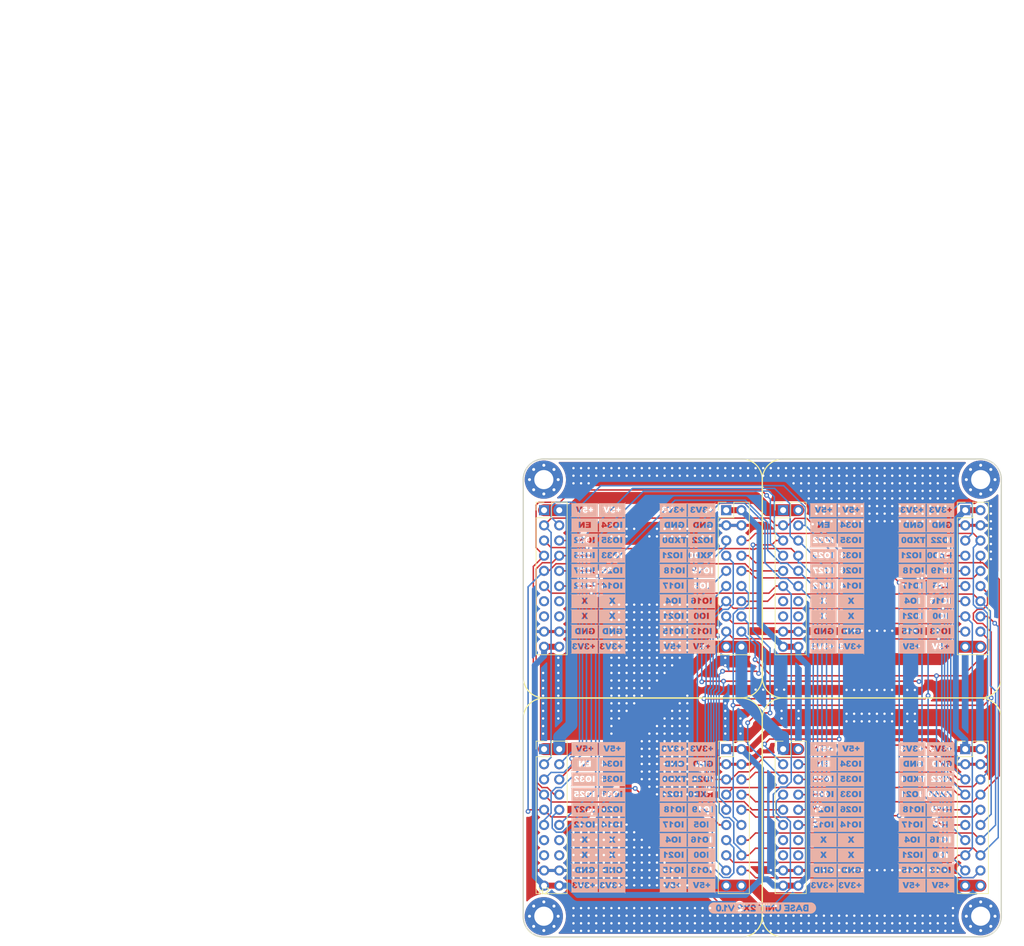
<source format=kicad_pcb>
(kicad_pcb (version 20211014) (generator pcbnew)
  (layers (0 "F.Cu" signal) (31 "B.Cu" signal) (34 "B.Paste" user) (35 "F.Paste" user) (36 "B.SilkS" user "B.Silkscreen") (37 "F.SilkS" user "F.Silkscreen") (38 "B.Mask" user) (39 "F.Mask" user) (44 "Edge.Cuts" user))
  (net 0 "")
  (net 1 "+5V")
  (net 2 "/EN")
  (net 3 "/IO34")
  (net 4 "/IO32")
  (net 5 "/IO35")
  (net 6 "/IO25")
  (net 7 "/IO33")
  (net 8 "/IO27")
  (net 9 "/IO26")
  (net 10 "/IO12")
  (net 11 "/IO14")
  (net 16 "GND")
  (net 17 "+3V3")
  (net 18 "/TXD0")
  (net 19 "/IO22")
  (net 20 "/IO21")
  (net 21 "/RXD0")
  (net 22 "/IO18")
  (net 23 "/IO19")
  (net 24 "/IO17")
  (net 25 "/IO5")
  (net 26 "/IO4")
  (net 27 "/IO16")
  (net 28 "/IO2")
  (net 29 "/IO0")
  (net 30 "/IO15")
  (net 31 "/IO13")
  (footprint "Connector_PinHeader_2.54mm:PinHeader_2x10_P2.54mm_Vertical" (layer "F.Cu") (at 161.52 85.12)
    (fp_text reference "J6" hide)
    (fp_text value "Conn_02x10_Odd_Even")
  )
  (footprint "Connector_PinHeader_2.54mm:PinHeader_2x10_P2.54mm_Vertical" (layer "F.Cu") (at 91.04 85.12)
    (fp_text reference "J3" hide)
    (fp_text value "Conn_02x10_Odd_Even")
  )
  (footprint "Connector_PinHeader_2.54mm:PinHeader_2x10_P2.54mm_Vertical" (layer "F.Cu") (at 121.52 125.12)
    (fp_text reference "J10" hide)
    (fp_text value "Conn_02x10_Odd_Even")
  )
  (footprint "Connector_PinHeader_2.54mm:PinHeader_2x10_P2.54mm_Vertical" (layer "F.Cu") (at 91.04 125.12)
    (fp_text reference "J9" hide)
    (fp_text value "Conn_02x10_Odd_Even")
  )
  (footprint "MountingHole:MountingHole_3.2mm_M3_Pad_Via" (layer "F.Cu") (at 164.1 80)
    (fp_text reference "H4" hide)
    (fp_text value "MountingHole")
  )
  (footprint "MountingHole:MountingHole_3.2mm_M3_Pad_Via" (layer "F.Cu") (at 91 80)
    (fp_text reference "H3" hide)
    (fp_text value "MountingHole")
  )
  (footprint "Connector_PinHeader_2.54mm:PinHeader_2x10_P2.54mm_Vertical" (layer "F.Cu") (at 161.52 125.12)
    (fp_text reference "J8" hide)
    (fp_text value "Conn_02x10_Odd_Even")
  )
  (footprint "Connector_PinHeader_2.54mm:PinHeader_2x10_P2.54mm_Vertical" (layer "F.Cu") (at 121.52 85.12)
    (fp_text reference "J4" hide)
    (fp_text value "Conn_02x10_Odd_Even")
  )
  (footprint "Connector_PinHeader_2.54mm:PinHeader_2x10_P2.54mm_Vertical" (layer "F.Cu") (at 131.04 85.12)
    (fp_text reference "J5" hide)
    (fp_text value "Conn_02x10_Odd_Even")
  )
  (footprint "MountingHole:MountingHole_3.2mm_M3_Pad_Via" (layer "F.Cu") (at 164.1 153.1)
    (fp_text reference "H1" hide)
    (fp_text value "MountingHole")
  )
  (footprint "MountingHole:MountingHole_3.2mm_M3_Pad_Via" (layer "F.Cu") (at 91 153.1)
    (fp_text reference "H2")
    (fp_text value "MountingHole")
  )
  (footprint "Connector_PinHeader_2.54mm:PinHeader_2x10_P2.54mm_Vertical" (layer "F.Cu") (at 131.04 125.12)
    (fp_text reference "J7" hide)
    (fp_text value "Conn_02x10_Odd_Even")
  )
  (footprint "footprint:ConnectCube_IO_01" (layer "B.Cu") (at 115.05 136.54 180)
    (fp_text reference "G***" hide)
    (fp_text value "LOGO" hide)
  )
  (footprint "footprint:ConnectCube_IO_01" (layer "B.Cu") (at 115.05 96.55 180)
    (fp_text reference "G***" hide)
    (fp_text value "LOGO" hide)
  )
  (footprint "footprint:ConnectCube_IO_02" (layer "B.Cu") (at 100.142131 136.54 180)
    (fp_text reference "G***" hide)
    (fp_text value "LOGO" hide)
  )
  (footprint "footprint:ConnectCube_IO_01" (layer "B.Cu") (at 155.03 136.54 180)
    (fp_text reference "G***" hide)
    (fp_text value "LOGO" hide)
  )
  (footprint "footprint:ConnectCube_IO_01" (layer "B.Cu") (at 155.03 96.55 180)
    (fp_text reference "G***" hide)
    (fp_text value "LOGO" hide)
  )
  (footprint "footprint:ConnectCube_IO_02" (layer "B.Cu") (at 140.102131 96.55 180)
    (fp_text reference "G***" hide)
    (fp_text value "LOGO" hide)
  )
  (footprint "kibuzzard-642D6EAA" (layer "B.Cu") (at 127.55 151.72 180)
    (fp_text reference "kibuzzard-642D6EAA" hide)
    (fp_text value "G***" hide)
  )
  (footprint "footprint:ConnectCube_IO_02" (layer "B.Cu") (at 140.102131 136.54 180)
    (fp_text reference "G***" hide)
    (fp_text value "LOGO" hide)
  )
  (footprint "footprint:ConnectCube_IO_02" (layer "B.Cu") (at 100.142131 96.55 180)
    (fp_text reference "G***" hide)
    (fp_text value "LOGO" hide)
  )
  (gr_arc (start 127.560482 80.009518) (mid 128.570964 77.57) (end 131.010482 76.559518) (layer "F.SilkS") (width 0.2))
  (gr_arc (start 127.540482 153.140482) (mid 126.53 155.58) (end 124.090482 156.590482) (layer "F.SilkS") (width 0.2))
  (gr_line (start 127.56 79.99) (end 127.56 113.09) (layer "F.SilkS") (width 0.2))
  (gr_line (start 131.010482 76.559518) (end 164.110482 76.559518) (layer "F.SilkS") (width 0.2))
  (gr_arc (start 131 156.56) (mid 128.560482 155.549518) (end 127.55 153.11) (layer "F.SilkS") (width 0.2))
  (gr_arc (start 87.540482 120.040482) (mid 88.550964 117.600964) (end 90.990482 116.590482) (layer "F.SilkS") (width 0.2))
  (gr_arc (start 87.56 79.99) (mid 88.570482 77.550482) (end 91.01 76.54) (layer "F.SilkS") (width 0.2))
  (gr_line (start 124.090482 156.590482) (end 90.990482 156.590482) (layer "F.SilkS") (width 0.2))
  (gr_arc (start 124.090482 116.590482) (mid 126.53 117.600964) (end 127.540482 120.040482) (layer "F.SilkS") (width 0.2))
  (gr_line (start 164.110482 116.559518) (end 131.010482 116.559518) (layer "F.SilkS") (width 0.2))
  (gr_arc (start 91.01 116.54) (mid 88.570482 115.529518) (end 87.56 113.09) (layer "F.SilkS") (width 0.2))
  (gr_line (start 124.11 116.54) (end 91.01 116.54) (layer "F.SilkS") (width 0.2))
  (gr_line (start 87.540482 153.140482) (end 87.540482 120.040482) (layer "F.SilkS") (width 0.2))
  (gr_line (start 127.560482 113.109518) (end 127.560482 80.009518) (layer "F.SilkS") (width 0.2))
  (gr_arc (start 164.1 116.56) (mid 166.539518 117.570482) (end 167.55 120.01) (layer "F.SilkS") (width 0.2))
  (gr_line (start 131 116.56) (end 164.1 116.56) (layer "F.SilkS") (width 0.2))
  (gr_line (start 90.990482 116.590482) (end 124.090482 116.590482) (layer "F.SilkS") (width 0.2))
  (gr_line (start 127.540482 120.040482) (end 127.540482 153.140482) (layer "F.SilkS") (width 0.2))
  (gr_arc (start 131.010482 116.559518) (mid 128.570964 115.549036) (end 127.560482 113.109518) (layer "F.SilkS") (width 0.2))
  (gr_arc (start 90.990482 156.590482) (mid 88.550964 155.58) (end 87.540482 153.140482) (layer "F.SilkS") (width 0.2))
  (gr_arc (start 124.11 76.54) (mid 126.549518 77.550482) (end 127.56 79.99) (layer "F.SilkS") (width 0.2))
  (gr_line (start 91.01 76.54) (end 124.11 76.54) (layer "F.SilkS") (width 0.2))
  (gr_line (start 167.560482 80.009518) (end 167.560482 113.109518) (layer "F.SilkS") (width 0.2))
  (gr_line (start 167.55 120.01) (end 167.55 153.11) (layer "F.SilkS") (width 0.2))
  (gr_arc (start 167.55 153.11) (mid 166.539518 155.549518) (end 164.1 156.56) (layer "F.SilkS") (width 0.2))
  (gr_line (start 164.1 156.56) (end 131 156.56) (layer "F.SilkS") (width 0.2))
  (gr_arc (start 127.56 113.09) (mid 126.549518 115.529518) (end 124.11 116.54) (layer "F.SilkS") (width 0.2))
  (gr_arc (start 164.110482 76.559518) (mid 166.55 77.57) (end 167.560482 80.009518) (layer "F.SilkS") (width 0.2))
  (gr_arc (start 127.55 120.01) (mid 128.560482 117.570482) (end 131 116.56) (layer "F.SilkS") (width 0.2))
  (gr_arc (start 167.560482 113.109518) (mid 166.55 115.549036) (end 164.110482 116.559518) (layer "F.SilkS") (width 0.2))
  (gr_line (start 87.56 113.09) (end 87.56 79.99) (layer "F.SilkS") (width 0.2))
  (gr_line (start 127.55 153.11) (end 127.55 120.01) (layer "F.SilkS") (width 0.2))
  (gr_arc (start 167.55 153.1) (mid 166.539518 155.539518) (end 164.1 156.55) (layer "Edge.Cuts") (width 0.2))
  (gr_line (start 87.55 153.1) (end 87.55 80) (layer "Edge.Cuts") (width 0.2))
  (gr_line (start 167.55 80) (end 167.55 153.1) (layer "Edge.Cuts") (width 0.2))
  (gr_arc (start 91 156.55) (mid 88.560482 155.539518) (end 87.55 153.1) (layer "Edge.Cuts") (width 0.2))
  (gr_line (start 91 76.55) (end 164.1 76.55) (layer "Edge.Cuts") (width 0.2))
  (gr_arc (start 87.55 80) (mid 88.560482 77.560482) (end 91 76.55) (layer "Edge.Cuts") (width 0.2))
  (gr_line (start 164.1 156.55) (end 91 156.55) (layer "Edge.Cuts") (width 0.2))
  (gr_arc (start 164.1 76.55) (mid 166.539518 77.560482) (end 167.55 80) (layer "Edge.Cuts") (width 0.2))
  (segment (start 104.6921 133.2022) (end 119.4699 147.98) (width 2) (layer "F.Cu") (net 1))
  (segment (start 126.4712 107.98) (end 126.1101 107.98) (width 2) (layer "F.Cu") (net 1))
  (segment (start 128.2038 150.0737) (end 126.1101 147.98) (width 2) (layer "F.Cu") (net 1))
  (segment (start 97.6803 83.0698) (end 126.4498 83.0698) (width 2) (layer "F.Cu") (net 1))
  (segment (start 157.3762 150.0737) (end 128.2038 150.0737) (width 2) (layer "F.Cu") (net 1))
  (segment (start 161.2742 107.98) (end 161.52 107.98) (width 2) (layer "F.Cu") (net 1))
  (segment (start 128.5 85.12) (end 128.9899 85.12) (width 2) (layer "F.Cu") (net 1))
  (segment (start 104.6921 125.0931) (end 93.6069 125.0931) (width 2) (layer "F.Cu") (net 1))
  (segment (start 121.52 147.98) (end 119.4699 147.98) (width 2) (layer "F.Cu") (net 1))
  (segment (start 124.06 107.98) (end 126.1101 107.98) (width 2) (layer "F.Cu") (net 1))
  (segment (start 122.0099 107.98) (end 121.52 107.98) (width 2) (layer "F.Cu") (net 1))
  (segment (start 124.06 107.98) (end 122.0099 107.98) (width 2) (layer "F.Cu") (net 1))
  (segment (start 124.3058 147.98) (end 126.1101 147.98) (width 2) (layer "F.Cu") (net 1))
  (segment (start 104.6921 125.0931) (end 104.6921 133.2022) (width 2) (layer "F.Cu") (net 1))
  (segment (start 126.4498 83.0698) (end 128.5 85.12) (width 2) (layer "F.Cu") (net 1))
  (segment (start 119.4699 107.98) (end 104.6921 122.7578) (width 2) (layer "F.Cu") (net 1))
  (segment (start 128.5354 110.0442) (end 126.4712 107.98) (width 2) (layer "F.Cu") (net 1))
  (segment (start 104.6921 122.7578) (end 104.6921 125.0931) (width 2) (layer "F.Cu") (net 1))
  (segment (start 161.52 107.98) (end 164.06 107.98) (width 2) (layer "F.Cu") (net 1))
  (segment (start 159.4699 147.98) (end 157.3762 150.0737) (width 2) (layer "F.Cu") (net 1))
  (segment (start 91.04 125.12) (end 93.0901 125.12) (width 2) (layer "F.Cu") (net 1))
  (segment (start 94.6051 85.12) (end 95.6301 85.12) (width 2) (layer "F.Cu") (net 1))
  (segment (start 124.06 147.98) (end 121.52 147.98) (width 2) (layer "F.Cu") (net 1))
  (segment (start 164.06 147.98) (end 161.52 147.98) (width 2) (layer "F.Cu") (net 1))
  (segment (start 124.3058 147.98) (end 124.06 147.98) (width 2) (layer "F.Cu") (net 1))
  (segment (start 121.52 107.98) (end 119.4699 107.98) (width 2) (layer "F.Cu") (net 1))
  (segment (start 133.58 125.12) (end 131.04 125.12) (width 2) (layer "F.Cu") (net 1))
  (segment (start 159.4699 107.98) (end 157.4057 110.0442) (width 2) (layer "F.Cu") (net 1))
  (segment (start 95.6301 85.12) (end 97.6803 83.0698) (width 2) (layer "F.Cu") (net 1))
  (segment (start 93.58 125.12) (end 93.0901 125.12) (width 2) (layer "F.Cu") (net 1))
  (segment (start 131.04 85.12) (end 128.9899 85.12) (width 2) (layer "F.Cu") (net 1))
  (segment (start 157.4057 110.0442) (end 128.5354 110.0442) (width 2) (layer "F.Cu") (net 1))
  (segment (start 93.6069 125.0931) (end 93.58 125.12) (width 2) (layer "F.Cu") (net 1))
  (segment (start 133.58 85.12) (end 131.04 85.12) (width 2) (layer "F.Cu") (net 1))
  (segment (start 93.58 85.12) (end 91.04 85.12) (width 2) (layer "F.Cu") (net 1))
  (segment (start 94.6051 85.12) (end 93.58 85.12) (width 2) (layer "F.Cu") (net 1))
  (segment (start 161.52 147.98) (end 159.4699 147.98) (width 2) (layer "F.Cu") (net 1))
  (segment (start 161.2742 107.98) (end 159.4699 107.98) (width 2) (layer "F.Cu") (net 1))
  (segment (start 130.5956 123.0699) (end 131.04 123.0699) (width 2) (layer "B.Cu") (net 1))
  (segment (start 124.06 116.5343) (end 130.5956 123.0699) (width 2) (layer "B.Cu") (net 1))
  (segment (start 93.58 125.12) (end 93.58 123.0699) (width 2) (layer "B.Cu") (net 1))
  (segment (start 124.06 107.98) (end 124.06 116.5343) (width 2) (layer "B.Cu") (net 1))
  (segment (start 95.6301 85.12) (end 95.6301 121.0198) (width 2) (layer "B.Cu") (net 1))
  (segment (start 131.04 125.12) (end 131.04 123.0699) (width 2) (layer "B.Cu") (net 1))
  (segment (start 95.6301 121.0198) (end 93.58 123.0699) (width 2) (layer "B.Cu") (net 1))
  (segment (start 93.58 85.12) (end 95.6301 85.12) (width 2) (layer "B.Cu") (net 1))
  (segment (start 131.04 87.66) (end 131.8498 87.66) (width 0.25) (layer "F.Cu") (net 2))
  (segment (start 133.025 86.4848) (end 135.015 86.4848) (width 0.25) (layer "F.Cu") (net 2))
  (segment (start 91.04 87.66) (end 92.2548 86.4452) (width 0.25) (layer "F.Cu") (net 2))
  (segment (start 92.2548 86.4452) (end 128.6501 86.4452) (width 0.25) (layer "F.Cu") (net 2))
  (segment (start 127.9388 124.2781) (end 128.7763 123.4406) (width 0.25) (layer "F.Cu") (net 2))
  (segment (start 131.8498 87.66) (end 133.025 86.4848) (width 0.25) (layer "F.Cu") (net 2))
  (segment (start 129.8649 87.66) (end 131.04 87.66) (width 0.25) (layer "F.Cu") (net 2))
  (segment (start 128.7763 123.4406) (end 140.415 123.4406) (width 0.25) (layer "F.Cu") (net 2))
  (segment (start 135.015 86.4848) (end 135.9914 87.4612) (width 0.25) (layer "F.Cu") (net 2))
  (segment (start 128.6501 86.4452) (end 129.8649 87.66) (width 0.25) (layer "F.Cu") (net 2))
  (via (at 140.415 123.4406) (size 0.8) (drill 0.4) (layers "F.Cu" "B.Cu") (net 2))
  (via (at 127.9388 124.2781) (size 0.8) (drill 0.4) (layers "F.Cu" "B.Cu") (net 2))
  (via (at 135.9914 87.4612) (size 0.8) (drill 0.4) (layers "F.Cu" "B.Cu") (net 2))
  (segment (start 140.415 123.4406) (end 140.415 91.8848) (width 0.25) (layer "B.Cu") (net 2))
  (segment (start 131.04 127.66) (end 127.9388 124.5588) (width 0.25) (layer "B.Cu") (net 2))
  (segment (start 140.415 91.8848) (end 135.9914 87.4612) (width 0.25) (layer "B.Cu") (net 2))
  (segment (start 91.04 127.66) (end 92.2152 126.4848) (width 0.25) (layer "B.Cu") (net 2))
  (segment (start 92.2152 126.4848) (end 92.2152 88.8352) (width 0.25) (layer "B.Cu") (net 2))
  (segment (start 92.2152 88.8352) (end 91.04 87.66) (width 0.25) (layer "B.Cu") (net 2))
  (segment (start 127.9388 124.5588) (end 127.9388 124.2781) (width 0.25) (layer "B.Cu") (net 2))
  (segment (start 136.7946 127.66) (end 139.2237 125.2309) (width 0.25) (layer "F.Cu") (net 3))
  (segment (start 133.58 127.66) (end 136.7946 127.66) (width 0.25) (layer "F.Cu") (net 3))
  (via (at 139.2237 125.2309) (size 0.8) (drill 0.4) (layers "F.Cu" "B.Cu") (net 3))
  (segment (start 93.58 127.66) (end 96.9657 124.2743) (width 0.25) (layer "B.Cu") (net 3))
  (segment (start 134.7551 87.66) (end 134.7551 84.631) (width 0.25) (layer "B.Cu") (net 3))
  (segment (start 93.58 87.66) (end 92.2152 86.2952) (width 0.25) (layer "B.Cu") (net 3))
  (segment (start 96.9657 124.2743) (end 96.9657 84.5702) (width 0.25) (layer "B.Cu") (net 3))
  (segment (start 100.5198 81.0161) (end 96.9657 84.5702) (width 0.25) (layer "B.Cu") (net 3))
  (segment (start 96.1778 83.7823) (end 96.9657 84.5702) (width 0.25) (layer "B.Cu") (net 3))
  (segment (start 93.0201 83.7823) (end 96.1778 83.7823) (width 0.25) (layer "B.Cu") (net 3))
  (segment (start 92.2152 84.5872) (end 93.0201 83.7823) (width 0.25) (layer "B.Cu") (net 3))
  (segment (start 134.7551 84.631) (end 131.1402 81.0161) (width 0.25) (layer "B.Cu") (net 3))
  (segment (start 139.2237 92.1286) (end 134.7551 87.66) (width 0.25) (layer "B.Cu") (net 3))
  (segment (start 139.2237 125.2309) (end 139.2237 92.1286) (width 0.25) (layer "B.Cu") (net 3))
  (segment (start 133.58 87.66) (end 134.7551 87.66) (width 0.25) (layer "B.Cu") (net 3))
  (segment (start 92.2152 86.2952) (end 92.2152 84.5872) (width 0.25) (layer "B.Cu") (net 3))
  (segment (start 131.1402 81.0161) (end 100.5198 81.0161) (width 0.25) (layer "B.Cu") (net 3))
  (segment (start 92.214511 91.374511) (end 94.320911 91.374511) (width 0.25) (layer "F.Cu") (net 4))
  (segment (start 128.8538 119.0653) (end 126.7652 119.0653) (width 0.25) (layer "F.Cu") (net 4))
  (segment (start 129.8649 90.2) (end 129.1397 90.9252) (width 0.25) (layer "F.Cu") (net 4))
  (segment (start 98.2232 91.3905) (end 94.3369 91.3905) (width 0.25) (layer "F.Cu") (net 4))
  (segment (start 129.1397 90.9252) (end 125.9992 90.9252) (width 0.25) (layer "F.Cu") (net 4))
  (segment (start 131.04 90.2) (end 129.8649 90.2) (width 0.25) (layer "F.Cu") (net 4))
  (segment (start 91.04 90.2) (end 92.214511 91.374511) (width 0.25) (layer "F.Cu") (net 4))
  (segment (start 94.320911 91.374511) (end 94.3369 91.3905) (width 0.25) (layer "F.Cu") (net 4))
  (segment (start 126.7652 119.0653) (end 125.1143 120.7162) (width 0.25) (layer "F.Cu") (net 4))
  (via (at 128.8538 119.0653) (size 0.8) (drill 0.4) (layers "F.Cu" "B.Cu") (net 4))
  (via (at 125.9992 90.9252) (size 0.8) (drill 0.4) (layers "F.Cu" "B.Cu") (net 4))
  (via (at 125.1143 120.7162) (size 0.8) (drill 0.4) (layers "F.Cu" "B.Cu") (net 4))
  (via (at 98.2232 91.3905) (size 0.8) (drill 0.4) (layers "F.Cu" "B.Cu") (net 4))
  (segment (start 125.9992 105.3434) (end 125.9992 90.9252) (width 0.25) (layer "B.Cu") (net 4))
  (segment (start 131.04 90.2) (end 129.578 88.738) (width 0.25) (layer "B.Cu") (net 4))
  (segment (start 107.6956 81.9181) (end 98.2232 91.3905) (width 0.25) (layer "B.Cu") (net 4))
  (segment (start 98.1365 91.4772) (end 98.2232 91.3905) (width 0.25) (layer "B.Cu") (net 4))
  (segment (start 94.3552 129.0249) (end 98.1365 125.2436) (width 0.25) (layer "B.Cu") (net 4))
  (segment (start 129.578 88.738) (end 129.578 82.8654) (width 0.25) (layer "B.Cu") (net 4))
  (segment (start 98.1365 125.2436) (end 98.1365 91.4772) (width 0.25) (layer "B.Cu") (net 4))
  (segment (start 91.04 130.2) (end 92.2151 129.0249) (width 0.25) (layer "B.Cu") (net 4))
  (segment (start 128.8538 108.198) (end 125.9992 105.3434) (width 0.25) (layer "B.Cu") (net 4))
  (segment (start 131.04 130.2) (end 125.1143 124.2743) (width 0.25) (layer "B.Cu") (net 4))
  (segment (start 128.8538 119.0653) (end 128.8538 108.198) (width 0.25) (layer "B.Cu") (net 4))
  (segment (start 128.6307 81.9181) (end 107.6956 81.9181) (width 0.25) (layer "B.Cu") (net 4))
  (segment (start 129.578 82.8654) (end 128.6307 81.9181) (width 0.25) (layer "B.Cu") (net 4))
  (segment (start 125.1143 124.2743) (end 125.1143 120.7162) (width 0.25) (layer "B.Cu") (net 4))
  (segment (start 92.2151 129.0249) (end 94.3552 129.0249) (width 0.25) (layer "B.Cu") (net 4))
  (segment (start 93.58 90.2) (end 97.0932 90.2) (width 0.25) (layer "F.Cu") (net 5))
  (segment (start 133.58 130.2) (end 138.3074 130.2) (width 0.25) (layer "F.Cu") (net 5))
  (segment (start 93.58 130.2) (end 95.6614 128.1186) (width 0.25) (layer "F.Cu") (net 5))
  (segment (start 97.0932 90.2) (end 97.7074 89.5858) (width 0.25) (layer "F.Cu") (net 5))
  (segment (start 95.6614 128.1186) (end 95.6614 126.6932) (width 0.25) (layer "F.Cu") (net 5))
  (via (at 138.3074 130.2) (size 0.8) (drill 0.4) (layers "F.Cu" "B.Cu") (net 5))
  (via (at 95.6614 126.6932) (size 0.8) (drill 0.4) (layers "F.Cu" "B.Cu") (net 5))
  (via (at 97.7074 89.5858) (size 0.8) (drill 0.4) (layers "F.Cu" "B.Cu") (net 5))
  (segment (start 95.6614 126.6932) (end 97.4614 124.8932) (width 0.25) (layer "B.Cu") (net 5))
  (segment (start 132.2151 89.4226) (end 133.58 90.7875) (width 0.25) (layer "B.Cu") (net 5))
  (segment (start 138.3074 94.9274) (end 138.3074 95.7353) (width 0.25) (layer "B.Cu") (net 5))
  (segment (start 138.3074 95.7353) (end 138.3074 130.2) (width 0.25) (layer "B.Cu") (net 5))
  (segment (start 133.58 90.2) (end 138.3074 94.9274) (width 0.25) (layer "B.Cu") (net 5))
  (segment (start 129.6125 81.4679) (end 132.2151 84.0705) (width 0.25) (layer "B.Cu") (net 5))
  (segment (start 97.4614 124.8932) (end 97.4614 89.8318) (width 0.25) (layer "B.Cu") (net 5))
  (segment (start 105.8253 81.4679) (end 129.6125 81.4679) (width 0.25) (layer "B.Cu") (net 5))
  (segment (start 132.2151 84.0705) (end 132.2151 89.4226) (width 0.25) (layer "B.Cu") (net 5))
  (segment (start 133.58 90.2) (end 133.58 90.7875) (width 0.25) (layer "B.Cu") (net 5))
  (segment (start 97.7074 89.5858) (end 105.8253 81.4679) (width 0.25) (layer "B.Cu") (net 5))
  (segment (start 97.4614 89.8318) (end 97.7074 89.5858) (width 0.25) (layer "B.Cu") (net 5))
  (segment (start 103.4156 133.9757) (end 92.2757 133.9757) (width 0.25) (layer "F.Cu") (net 6))
  (segment (start 89.2451 94.5349) (end 91.04 92.74) (width 0.25) (layer "F.Cu") (net 6))
  (segment (start 127.378 81.7352) (end 128.2861 82.6433) (width 0.25) (layer "F.Cu") (net 6))
  (segment (start 91.04 92.74) (end 89.7002 91.4002) (width 0.25) (layer "F.Cu") (net 6))
  (segment (start 93.7122 83.7948) (end 95.7718 81.7352) (width 0.25) (layer "F.Cu") (net 6))
  (segment (start 90.1518 83.7948) (end 93.7122 83.7948) (width 0.25) (layer "F.Cu") (net 6))
  (segment (start 89.7002 84.2464) (end 90.1518 83.7948) (width 0.25) (layer "F.Cu") (net 6))
  (segment (start 89.7002 91.4002) (end 89.7002 84.2464) (width 0.25) (layer "F.Cu") (net 6))
  (segment (start 92.2757 133.9757) (end 91.04 132.74) (width 0.25) (layer "F.Cu") (net 6))
  (segment (start 89.2451 130.9451) (end 89.2451 94.5349) (width 0.25) (layer "F.Cu") (net 6))
  (segment (start 123.7315 151.4332) (end 120.8731 151.4332) (width 0.25) (layer "F.Cu") (net 6))
  (segment (start 95.7718 81.7352) (end 127.378 81.7352) (width 0.25) (layer "F.Cu") (net 6))
  (segment (start 91.04 132.74) (end 89.2451 130.9451) (width 0.25) (layer "F.Cu") (net 6))
  (segment (start 120.8731 151.4332) (end 103.4156 133.9757) (width 0.25) (layer "F.Cu") (net 6))
  (via (at 128.2861 82.6433) (size 0.8) (drill 0.4) (layers "F.Cu" "B.Cu") (net 6))
  (via (at 123.7315 151.4332) (size 0.8) (drill 0.4) (layers "F.Cu" "B.Cu") (net 6))
  (segment (start 132.2543 148.4303) (end 129.2514 151.4332) (width 0.25) (layer "B.Cu") (net 6))
  (segment (start 129.8648 135.7689) (end 130.6459 136.55) (width 0.25) (layer "B.Cu") (net 6))
  (segment (start 131.04 132.74) (end 129.8648 133.9152) (width 0.25) (layer "B.Cu") (net 6))
  (segment (start 129.8648 133.9152) (end 129.8648 135.7689) (width 0.25) (layer "B.Cu") (net 6))
  (segment (start 128.9047 90.6047) (end 128.9047 83.2619) (width 0.25) (layer "B.Cu") (net 6))
  (segment (start 131.5287 136.55) (end 132.2543 137.2756) (width 0.25) (layer "B.Cu") (net 6))
  (segment (start 132.2543 137.2756) (end 132.2543 148.4303) (width 0.25) (layer "B.Cu") (net 6))
  (segment (start 130.6459 136.55) (end 131.5287 136.55) (width 0.25) (layer "B.Cu") (net 6))
  (segment (start 128.9047 83.2619) (end 128.2861 82.6433) (width 0.25) (layer "B.Cu") (net 6))
  (segment (start 129.2514 151.4332) (end 123.7315 151.4332) (width 0.25) (layer "B.Cu") (net 6))
  (segment (start 131.04 92.74) (end 128.9047 90.6047) (width 0.25) (layer "B.Cu") (net 6))
  (segment (start 125.6989 91.6503) (end 125.5993 91.5507) (width 0.25) (layer "F.Cu") (net 7))
  (segment (start 125.5993 91.5507) (end 100.3303 91.5507) (width 0.25) (layer "F.Cu") (net 7))
  (segment (start 93.58 132.74) (end 92.7722 132.74) (width 0.25) (layer "F.Cu") (net 7))
  (segment (start 90.708 131.5649) (end 89.7033 130.5602) (width 0.25) (layer "F.Cu") (net 7))
  (segment (start 92.7722 132.74) (end 91.5971 131.5649) (width 0.25) (layer "F.Cu") (net 7))
  (segment (start 89.7033 130.5602) (end 89.7033 94.9515) (width 0.25) (layer "F.Cu") (net 7))
  (segment (start 99.141 92.74) (end 93.58 92.74) (width 0.25) (layer "F.Cu") (net 7))
  (segment (start 132.3907 91.5507) (end 126.3992 91.5507) (width 0.25) (layer "F.Cu") (net 7))
  (segment (start 133.58 132.74) (end 134.7551 132.74) (width 0.25) (layer "F.Cu") (net 7))
  (segment (start 126.3992 91.5507) (end 126.2996 91.6503) (width 0.25) (layer "F.Cu") (net 7))
  (segment (start 90.740289 93.914511) (end 92.405489 93.914511) (width 0.25) (layer "F.Cu") (net 7))
  (segment (start 133.58 92.74) (end 132.3907 91.5507) (width 0.25) (layer "F.Cu") (net 7))
  (segment (start 92.405489 93.914511) (end 93.58 92.74) (width 0.25) (layer "F.Cu") (net 7))
  (segment (start 89.7033 94.9515) (end 90.740289 93.914511) (width 0.25) (layer "F.Cu") (net 7))
  (segment (start 134.7853 132.7098) (end 137.5447 132.7098) (width 0.25) (layer "F.Cu") (net 7))
  (segment (start 100.3303 91.5507) (end 99.141 92.74) (width 0.25) (layer "F.Cu") (net 7))
  (segment (start 134.7551 132.74) (end 134.7853 132.7098) (width 0.25) (layer "F.Cu") (net 7))
  (segment (start 91.5971 131.5649) (end 90.708 131.5649) (width 0.25) (layer "F.Cu") (net 7))
  (segment (start 126.2996 91.6503) (end 125.6989 91.6503) (width 0.25) (layer "F.Cu") (net 7))
  (via (at 137.5447 132.7098) (size 0.8) (drill 0.4) (layers "F.Cu" "B.Cu") (net 7))
  (segment (start 133.58 92.74) (end 133.58 93.9151) (width 0.25) (layer "B.Cu") (net 7))
  (segment (start 133.9472 93.9151) (end 137.5447 97.5126) (width 0.25) (layer "B.Cu") (net 7))
  (segment (start 137.5447 97.5126) (end 137.5447 132.7098) (width 0.25) (layer "B.Cu") (net 7))
  (segment (start 133.58 93.9151) (end 133.9472 93.9151) (width 0.25) (layer "B.Cu") (net 7))
  (segment (start 93.0381 94.0898) (end 124.6816 94.0898) (width 0.25) (layer "F.Cu") (net 8))
  (segment (start 92.2365 136.4765) (end 98.5277 136.4765) (width 0.25) (layer "F.Cu") (net 8))
  (segment (start 106.2922 131.6944) (end 108.513 133.9152) (width 0.25) (layer "F.Cu") (net 8))
  (segment (start 125.8718 95.28) (end 131.04 95.28) (width 0.25) (layer "F.Cu") (net 8))
  (segment (start 124.507 133.9152) (end 125.8718 135.28) (width 0.25) (layer "F.Cu") (net 8))
  (segment (start 88.6398 135.28) (end 91.04 135.28) (width 0.25) (layer "F.Cu") (net 8))
  (segment (start 98.5277 136.4765) (end 99.042 135.9622) (width 0.25) (layer "F.Cu") (net 8))
  (segment (start 91.8479 95.28) (end 91.04 95.28) (width 0.25) (layer "F.Cu") (net 8))
  (segment (start 108.513 133.9152) (end 124.507 133.9152) (width 0.25) (layer "F.Cu") (net 8))
  (segment (start 93.0381 94.0898) (end 91.8479 95.28) (width 0.25) (layer "F.Cu") (net 8))
  (segment (start 91.04 135.28) (end 92.2365 136.4765) (width 0.25) (layer "F.Cu") (net 8))
  (segment (start 88.3661 135.5537) (end 88.6398 135.28) (width 0.25) (layer "F.Cu") (net 8))
  (segment (start 124.6816 94.0898) (end 125.8718 95.28) (width 0.25) (layer "F.Cu") (net 8))
  (segment (start 125.8718 135.28) (end 131.04 135.28) (width 0.25) (layer "F.Cu") (net 8))
  (via (at 99.042 135.9622) (size 0.8) (drill 0.4) (layers "F.Cu" "B.Cu") (net 8))
  (via (at 88.3661 135.5537) (size 0.8) (drill 0.4) (layers "F.Cu" "B.Cu") (net 8))
  (via (at 106.2922 131.6944) (size 0.8) (drill 0.4) (layers "F.Cu" "B.Cu") (net 8))
  (segment (start 91.04 95.28) (end 88.3661 97.9539) (width 0.25) (layer "B.Cu") (net 8))
  (segment (start 103.3098 131.6944) (end 106.2922 131.6944) (width 0.25) (layer "B.Cu") (net 8))
  (segment (start 99.042 135.9622) (end 103.3098 131.6944) (width 0.25) (layer "B.Cu") (net 8))
  (segment (start 88.3661 97.9539) (end 88.3661 135.5537) (width 0.25) (layer "B.Cu") (net 8))
  (segment (start 133.58 135.28) (end 136.1296 135.28) (width 0.25) (layer "F.Cu") (net 9))
  (segment (start 136.1296 135.28) (end 136.8043 134.6053) (width 0.25) (layer "F.Cu") (net 9))
  (segment (start 99.0433 95.28) (end 99.8811 96.1178) (width 0.25) (layer "F.Cu") (net 9))
  (segment (start 93.58 95.28) (end 99.0433 95.28) (width 0.25) (layer "F.Cu") (net 9))
  (via (at 136.8043 134.6053) (size 0.8) (drill 0.4) (layers "F.Cu" "B.Cu") (net 9))
  (via (at 99.8811 96.1178) (size 0.8) (drill 0.4) (layers "F.Cu" "B.Cu") (net 9))
  (segment (start 92.4048 136.4552) (end 93.58 135.28) (width 0.25) (layer "B.Cu") (net 9))
  (segment (start 136.8043 98.5043) (end 136.8043 99.3142) (width 0.25) (layer "B.Cu") (net 9))
  (segment (start 100.2665 96.1178) (end 99.8811 96.1178) (width 0.25) (layer "B.Cu") (net 9))
  (segment (start 128.4529 91.8289) (end 128.4529 87.1927) (width 0.25) (layer "B.Cu") (net 9))
  (segment (start 93.0842 139.0251) (end 92.4048 138.3457) (width 0.25) (layer "B.Cu") (net 9))
  (segment (start 133.58 95.8675) (end 131.7225 94.01) (width 0.25) (layer "B.Cu") (net 9))
  (segment (start 112.9333 83.451) (end 100.2665 96.1178) (width 0.25) (layer "B.Cu") (net 9))
  (segment (start 130.634 94.01) (end 128.4529 91.8289) (width 0.25) (layer "B.Cu") (net 9))
  (segment (start 124.7112 83.451) (end 112.9333 83.451) (width 0.25) (layer "B.Cu") (net 9))
  (segment (start 128.4529 87.1927) (end 124.7112 83.451) (width 0.25) (layer "B.Cu") (net 9))
  (segment (start 133.58 95.28) (end 133.58 95.8675) (width 0.25) (layer "B.Cu") (net 9))
  (segment (start 133.58 95.28) (end 136.8043 98.5043) (width 0.25) (layer "B.Cu") (net 9))
  (segment (start 92.4048 138.3457) (end 92.4048 136.4552) (width 0.25) (layer "B.Cu") (net 9))
  (segment (start 94.0754 139.0251) (end 93.0842 139.0251) (width 0.25) (layer "B.Cu") (net 9))
  (segment (start 100.2665 132.834) (end 94.0754 139.0251) (width 0.25) (layer "B.Cu") (net 9))
  (segment (start 100.2665 96.1178) (end 100.2665 132.834) (width 0.25) (layer "B.Cu") (net 9))
  (segment (start 136.8043 134.6053) (end 136.8043 99.3142) (width 0.25) (layer "B.Cu") (net 9))
  (segment (start 131.7225 94.01) (end 130.634 94.01) (width 0.25) (layer "B.Cu") (net 9))
  (segment (start 92.2306 99.0106) (end 98.9507 99.0106) (width 0.25) (layer "F.Cu") (net 10))
  (segment (start 128.6743 99.0106) (end 98.9507 99.0106) (width 0.25) (layer "F.Cu") (net 10))
  (segment (start 91.04 97.82) (end 92.2306 99.0106) (width 0.25) (layer "F.Cu") (net 10))
  (segment (start 131.04 97.82) (end 129.8649 97.82) (width 0.25) (layer "F.Cu") (net 10))
  (segment (start 129.8649 97.82) (end 128.6743 99.0106) (width 0.25) (layer "F.Cu") (net 10))
  (via (at 98.9507 99.0106) (size 0.8) (drill 0.4) (layers "F.Cu" "B.Cu") (net 10))
  (segment (start 129.394 136.174) (end 131.04 137.82) (width 0.25) (layer "B.Cu") (net 10))
  (segment (start 92.2151 132.3712) (end 93.0215 131.5648) (width 0.25) (layer "B.Cu") (net 10))
  (segment (start 91.04 137.82) (end 91.04 137.0122) (width 0.25) (layer "B.Cu") (net 10))
  (segment (start 92.2151 135.8371) (end 92.2151 132.3712) (width 0.25) (layer "B.Cu") (net 10))
  (segment (start 132.4048 99.1848) (end 132.4048 130.5819) (width 0.25) (layer "B.Cu") (net 10))
  (segment (start 131.5167 131.47) (end 130.6186 131.47) (width 0.25) (layer "B.Cu") (net 10))
  (segment (start 93.0215 131.5648) (end 93.9364 131.5648) (width 0.25) (layer "B.Cu") (net 10))
  (segment (start 131.04 97.82) (end 132.4048 99.1848) (width 0.25) (layer "B.Cu") (net 10))
  (segment (start 98.9506 126.5506) (end 98.9506 99.0106) (width 0.25) (layer "B.Cu") (net 10))
  (segment (start 93.9364 131.5648) (end 98.9506 126.5506) (width 0.25) (layer "B.Cu") (net 10))
  (segment (start 129.394 132.6946) (end 129.394 136.174) (width 0.25) (layer "B.Cu") (net 10))
  (segment (start 132.4048 130.5819) (end 131.5167 131.47) (width 0.25) (layer "B.Cu") (net 10))
  (segment (start 98.9506 99.0106) (end 98.9507 99.0106) (width 0.25) (layer "B.Cu") (net 10))
  (segment (start 130.6186 131.47) (end 129.394 132.6946) (width 0.25) (layer "B.Cu") (net 10))
  (segment (start 91.04 137.0122) (end 92.2151 135.8371) (width 0.25) (layer "B.Cu") (net 10))
  (segment (start 99.1384 97.82) (end 99.4848 97.4736) (width 0.25) (layer "F.Cu") (net 11))
  (segment (start 133.58 137.82) (end 135.6353 137.82) (width 0.25) (layer "F.Cu") (net 11))
  (segment (start 99.4848 97.4736) (end 113.4842 97.4736) (width 0.25) (layer "F.Cu") (net 11))
  (segment (start 93.58 97.82) (end 99.1384 97.82) (width 0.25) (layer "F.Cu") (net 11))
  (segment (start 113.4842 97.4736) (end 116.0933 94.8645) (width 0.25) (layer "F.Cu") (net 11))
  (segment (start 135.6353 137.82) (end 136.3853 137.07) (width 0.25) (layer "F.Cu") (net 11))
  (via (at 99.4848 97.4736) (size 0.8) (drill 0.4) (layers "F.Cu" "B.Cu") (net 11))
  (via (at 136.3853 137.07) (size 0.8) (drill 0.4) (layers "F.Cu" "B.Cu") (net 11))
  (via (at 116.0933 94.8645) (size 0.8) (drill 0.4) (layers "F.Cu" "B.Cu") (net 11))
  (segment (start 120.4755 83.9011) (end 116.0933 88.2833) (width 0.25) (layer "B.Cu") (net 11))
  (segment (start 136.0792 101.1291) (end 136.0792 136.7639) (width 0.25) (layer "B.Cu") (net 11))
  (segment (start 131.7225 96.55) (end 130.634 96.55) (width 0.25) (layer "B.Cu") (net 11))
  (segment (start 130.634 96.55) (end 128.0027 93.9187) (width 0.25) (layer "B.Cu") (net 11))
  (segment (start 133.58 98.4075) (end 131.7225 96.55) (width 0.25) (layer "B.Cu") (net 11))
  (segment (start 116.0933 88.2833) (end 116.0933 94.8645) (width 0.25) (layer "B.Cu") (net 11))
  (segment (start 128.0027 93.9187) (end 128.0027 87.3791) (width 0.25) (layer "B.Cu") (net 11))
  (segment (start 136.0792 100.3192) (end 136.0792 101.1291) (width 0.25) (layer "B.Cu") (net 11))
  (segment (start 93.58 137.82) (end 99.6759 131.7241) (width 0.25) (layer "B.Cu") (net 11))
  (segment (start 128.0027 87.3791) (end 124.5247 83.9011) (width 0.25) (layer "B.Cu") (net 11))
  (segment (start 136.0792 136.7639) (end 136.3853 137.07) (width 0.25) (layer "B.Cu") (net 11))
  (segment (start 124.5247 83.9011) (end 120.4755 83.9011) (width 0.25) (layer "B.Cu") (net 11))
  (segment (start 133.58 97.82) (end 133.58 98.4075) (width 0.25) (layer "B.Cu") (net 11))
  (segment (start 99.6759 131.7241) (end 99.6759 97.6647) (width 0.25) (layer "B.Cu") (net 11))
  (segment (start 99.6759 97.6647) (end 99.4848 97.4736) (width 0.25) (layer "B.Cu") (net 11))
  (segment (start 133.58 97.82) (end 136.0792 100.3192) (width 0.25) (layer "B.Cu") (net 11))
  (via (at 101.0412 141.5796) (size 0.6) (drill 0.4) (layers "F.Cu" "B.Cu") (net 16))
  (via (at 142.9512 105.3084) (size 0.6) (drill 0.4) (layers "F.Cu" "B.Cu") (net 16))
  (via (at 109.9312 147.9296) (size 0.6) (drill 0.4) (layers "F.Cu" "B.Cu") (net 16))
  (via (at 144.2212 154.2796) (size 0.6) (drill 0.4) (layers "F.Cu" "B.Cu") (net 16))
  (via (at 107.3912 145.3896) (size 0.6) (drill 0.4) (layers "F.Cu" "B.Cu") (net 16))
  (via (at 148.0312 105.3084) (size 0.6) (drill 0.4) (layers "F.Cu" "B.Cu") (net 16))
  (via (at 142.9512 86.9696) (size 0.6) (drill 0.4) (layers "F.Cu" "B.Cu") (net 16))
  (via (at 158.1912 79.3496) (size 0.6) (drill 0.4) (layers "F.Cu" "B.Cu") (net 16))
  (via (at 145.4658 115.2144) (size 0.6) (drill 0.4) (layers "F.Cu" "B.Cu") (net 16))
  (via (at 122.6312 153.0096) (size 0.6) (drill 0.4) (layers "F.Cu" "B.Cu") (net 16))
  (via (at 104.8512 139.0396) (size 0.6) (drill 0.4) (layers "F.Cu" "B.Cu") (net 16))
  (via (at 141.6812 80.6196) (size 0.6) (drill 0.4) (layers "F.Cu" "B.Cu") (net 16))
  (via (at 102.3112 114.9096) (size 0.6) (drill 0.4) (layers "F.Cu" "B.Cu") (net 16))
  (via (at 154.3812 84.4296) (size 0.6) (drill 0.4) (layers "F.Cu" "B.Cu") (net 16))
  (via (at 113.7412 89.5096) (size 0.6) (drill 0.4) (layers "F.Cu" "B.Cu") (net 16))
  (via (at 131.5212 153.0096) (size 0.6) (drill 0.4) (layers "F.Cu" "B.Cu") (net 16))
  (via (at 150.5712 83.1596) (size 0.6) (drill 0.4) (layers "F.Cu" "B.Cu") (net 16))
  (via (at 104.8512 116.1796) (size 0.6) (drill 0.4) (layers "F.Cu" "B.Cu") (net 16))
  (via (at 109.9312 103.4796) (size 0.6) (drill 0.4) (layers "F.Cu" "B.Cu") (net 16))
  (via (at 142.9512 154.2796) (size 0.6) (drill 0.4) (layers "F.Cu" "B.Cu") (net 16))
  (via (at 107.3912 109.8296) (size 0.6) (drill 0.4) (layers "F.Cu" "B.Cu") (net 16))
  (via (at 109.9312 154.2796) (size 0.6) (drill 0.4) (layers "F.Cu" "B.Cu") (net 16))
  (via (at 158.1912 84.4296) (size 0.6) (drill 0.4) (layers "F.Cu" "B.Cu") (net 16))
  (via (at 93.4212 111.0996) (size 0.6) (drill 0.4) (layers "F.Cu" "B.Cu") (net 16))
  (via (at 151.8158 120.4722) (size 0.6) (drill 0.4) (layers "F.Cu" "B.Cu") (net 16))
  (via (at 104.8512 137.7696) (size 0.6) (drill 0.4) (layers "F.Cu" "B.Cu") (net 16))
  (via (at 112.4712 104.7496) (size 0.6) (drill 0.4) (layers "F.Cu" "B.Cu") (net 16))
  (via (at 131.5212 154.2796) (size 0.6) (drill 0.4) (layers "F.Cu" "B.Cu") (net 16))
  (via (at 109.9312 125.0696) (size 0.6) (drill 0.4) (layers "F.Cu" "B.Cu") (net 16))
  (via (at 95.9612 146.6596) (size 0.6) (drill 0.4) (layers "F.Cu" "B.Cu") (net 16))
  (via (at 136.6012 83.1596) (size 0.6) (drill 0.4) (layers "F.Cu" "B.Cu") (net 16))
  (via (at 112.4712 146.6596) (size 0.6) (drill 0.4) (layers "F.Cu" "B.Cu") (net 16))
  (via (at 165.8112 90.7796) (size 0.6) (drill 0.4) (layers "F.Cu" "B.Cu") (net 16))
  (via (at 144.2212 80.6196) (size 0.6) (drill 0.4) (layers "F.Cu" "B.Cu") (net 16))
  (via (at 111.2012 145.3896) (size 0.6) (drill 0.4) (layers "F.Cu" "B.Cu") (net 16))
  (via (at 102.3112 122.5296) (size 0.6) (drill 0.4) (layers "F.Cu" "B.Cu") (net 16))
  (via (at 97.2312 142.8496) (size 0.6) (drill 0.4) (layers "F.Cu" "B.Cu") (net 16))
  (via (at 102.3112 139.0396) (size 0.6) (drill 0.4) (layers "F.Cu" "B.Cu") (net 16))
  (via (at 104.8512 79.3496) (size 0.6) (drill 0.4) (layers "F.Cu" "B.Cu") (net 16))
  (via (at 115.0112 127.6096) (size 0.6) (drill 0.4) (layers "F.Cu" "B.Cu") (net 16))
  (via (at 109.9312 126.3396) (size 0.6) (drill 0.4) (layers "F.Cu" "B.Cu") (net 16))
  (via (at 112.4712 121.2596) (size 0.6) (drill 0.4) (layers "F.Cu" "B.Cu") (net 16))
  (via (at 142.9512 81.8896) (size 0.6) (drill 0.4) (layers "F.Cu" "B.Cu") (net 16))
  (via (at 108.6612 107.2896) (size 0.6) (drill 0.4) (layers "F.Cu" "B.Cu") (net 16))
  (via (at 109.9312 88.2396) (size 0.6) (drill 0.4) (layers "F.Cu" "B.Cu") (net 16))
  (via (at 123.9012 121.2596) (size 0.6) (drill 0.4) (layers "F.Cu" "B.Cu") (net 16))
  (via (at 109.9312 146.6596) (size 0.6) (drill 0.4) (layers "F.Cu" "B.Cu") (net 16))
  (via (at 113.7412 104.7496) (size 0.6) (drill 0.4) (layers "F.Cu" "B.Cu") (net 16))
  (via (at 109.9312 100.9396) (size 0.6) (drill 0.4) (layers "F.Cu" "B.Cu") (net 16))
  (via (at 97.2312 146.6596) (size 0.6) (drill 0.4) (layers "F.Cu" "B.Cu") (net 16))
  (via (at 102.3112 108.5596) (size 0.6) (drill 0.4) (layers "F.Cu" "B.Cu") (net 16))
  (via (at 146.7612 83.1596) (size 0.6) (drill 0.4) (layers "F.Cu" "B.Cu") (net 16))
  (via (at 90.8812 122.5296) (size 0.6) (drill 0.4) (layers "F.Cu" "B.Cu") (net 16))
  (via (at 149.3012 85.6996) (size 0.6) (drill 0.4) (layers "F.Cu" "B.Cu") (net 16))
  (via (at 99.7712 140.3096) (size 0.6) (drill 0.4) (layers "F.Cu" "B.Cu") (net 16))
  (via (at 108.6612 128.8796) (size 0.6) (drill 0.4) (layers "F.Cu" "B.Cu") (net 16))
  (via (at 108.6612 154.2796) (size 0.6) (drill 0.4) (layers "F.Cu" "B.Cu") (net 16))
  (via (at 99.7712 78.0796) (size 0.6) (drill 0.4) (layers "F.Cu" "B.Cu") (net 16))
  (via (at 156.9212 84.4296) (size 0.6) (drill 0.4) (layers "F.Cu" "B.Cu") (net 16))
  (via (at 107.3912 104.7496) (size 0.6) (drill 0.4) (layers "F.Cu" "B.Cu") (net 16))
  (via (at 95.9612 78.0796) (size 0.6) (drill 0.4) (layers "F.Cu" "B.Cu") (net 16))
  (via (at 95.9612 80.6196) (size 0.6) (drill 0.4) (layers "F.Cu" "B.Cu") (net 16))
  (via (at 155.6512 153.0096) (size 0.6) (drill 0.4) (layers "F.Cu" "B.Cu") (net 16))
  (via (at 101.0412 151.7396) (size 0.6) (drill 0.4) (layers "F.Cu" "B.Cu") (net 16))
  (via (at 107.3912 123.7996) (size 0.6) (drill 0.4) (layers "F.Cu" "B.Cu") (net 16))
  (via (at 149.3012 154.2796) (size 0.6) (drill 0.4) (layers "F.Cu" "B.Cu") (net 16))
  (via (at 149.3012 153.0096) (size 0.6) (drill 0.4) (layers "F.Cu" "B.Cu") (net 16))
  (via (at 104.8512 102.2096) (size 0.6) (drill 0.4) (layers "F.Cu" "B.Cu") (net 16))
  (via (at 111.2012 89.5096) (size 0.6) (drill 0.4) (layers "F.Cu" "B.Cu") (net 16))
  (via (at 159.4612 79.3496) (size 0.6) (drill 0.4) (layers "F.Cu" "B.Cu") (net 16))
  (via (at 137.8712 83.1596) (size 0.6) (drill 0.4) (layers "F.Cu" "B.Cu") (net 16))
  (via (at 141.6812 81.8896) (size 0.6) (drill 0.4) (layers "F.Cu" "B.Cu") (net 16))
  (via (at 149.3012 86.9696) (size 0.6) (drill 0.4) (layers "F.Cu" "B.Cu") (net 16))
  (via (at 123.9012 119.9896) (size 0.6) (drill 0.4) (layers "F.Cu" "B.Cu") (net 16))
  (via (at 102.3112 135.2296) (size 0.6) (drill 0.4) (layers "F.Cu" "B.Cu") (net 16))
  (via (at 148.0312 84.4296) (size 0.6) (drill 0.4) (layers "F.Cu" "B.Cu") (net 16))
  (via (at 104.8512 107.2896) (size 0.6) (drill 0.4) (layers "F.Cu" "B.Cu") (net 16))
  (via (at 132.7912 79.3496) (size 0.6) (drill 0.4) (layers "F.Cu" "B.Cu") (net 16))
  (via (at 144.1958 115.2144) (size 0.6) (drill 0.4) (layers "F.Cu" "B.Cu") (net 16))
  (via (at 156.9212 85.6996) (size 0.6) (drill 0.4) (layers "F.Cu" "B.Cu") (net 16))
  (via (at 113.7412 125.0696) (size 0.6) (drill 0.4) (layers "F.Cu" "B.Cu") (net 16))
  (via (at 104.8512 111.0996) (size 0.6) (drill 0.4) (layers "F.Cu" "B.Cu") (net 16))
  (via (at 139.1412 78.0796) (size 0.6) (drill 0.4) (layers "F.Cu" "B.Cu") (net 16))
  (via (at 146.7358 119.2022) (size 0.6) (drill 0.4) (layers "F.Cu" "B.Cu") (net 16))
  (via (at 139.1412 85.6996) (size 0.6) (drill 0.4) (layers "F.Cu" "B.Cu") (net 16))
  (via (at 99.7712 144.1196) (size 0.6) (drill 0.4) (layers "F.Cu" "B.Cu") (net 16))
  (via (at 103.5812 79.3496) (size 0.6) (drill 0.4) (layers "F.Cu" "B.Cu") (net 16))
  (via (at 165.8112 89.5096) (size 0.6) (drill 0.4) (layers "F.Cu" "B.Cu") (net 16))
  (via (at 106.1212 147.9296) (size 0.6) (drill 0.4) (layers "F.Cu" "B.Cu") (net 16))
  (via (at 106.1212 141.5796) (size 0.6) (drill 0.4) (layers "F.Cu" "B.Cu") (net 16))
  (via (at 108.6612 142.8496) (size 0.6) (drill 0.4) (layers "F.Cu" "B.Cu") (net 16))
  (via (at 115.0112 151.7396) (size 0.6) (drill 0.4) (layers "F.Cu" "B.Cu") (net 16))
  (via (at 93.4212 119.9896) (size 0.6) (drill 0.4) (layers "F.Cu" "B.Cu") (net 16))
  (via (at 98.5012 140.3096) (size 0.6) (drill 0.4) (layers "F.Cu" "B.Cu") (net 16))
  (via (at 156.9212 80.6196) (size 0.6) (drill 0.4) (layers "F.Cu" "B.Cu") (net 16))
  (via (at 130.2512 153.0096) (size 0.6) (drill 0.4) (layers "F.Cu" "B.Cu") (net 16))
  (via (at 149.2758 120.4722) (size 0.6) (drill 0.4) (layers "F.Cu" "B.Cu") (net 16))
  (via (at 103.5812 118.7196) (size 0.6) (drill 0.4) (layers "F.Cu" "B.Cu") (net 16))
  (via (at 112.4712 122.5296) (size 0.6) (drill 0.4) (layers "F.Cu" "B.Cu") (net 16))
  (via (at 103.5812 88.2396) (size 0.6) (drill 0.4) (layers "F.Cu" "B.Cu") (net 16))
  (via (at 150.5712 84.4296) (size 0.6) (drill 0.4) (layers "F.Cu" "B.Cu") (net 16))
  (via (at 104.8512 140.3096) (size 0.6) (drill 0.4) (layers "F.Cu" "B.Cu") (net 16))
  (via (at 125.1712 78.0796) (size 0.6) (drill 0.4) (layers "F.Cu" "B.Cu") (net 16))
  (via (at 107.3912 107.2896) (size 0.6) (drill 0.4) (layers "F.Cu" "B.Cu") (net 16))
  (via (at 113.7412 121.2596) (size 0.6) (drill 0.4) (layers "F.Cu" "B.Cu") (net 16))
  (via (at 111.2012 125.0696) (size 0.6) (drill 0.4) (layers "F.Cu" "B.Cu") (net 16))
  (via (at 109.9312 104.7496) (size 0.6) (drill 0.4) (layers "F.Cu" "B.Cu") (net 16))
  (via (at 112.4712 103.4796) (size 0.6) (drill 0.4) (layers "F.Cu" "B.Cu") (net 16))
  (via (at 142.9512 84.4296) (size 0.6) (drill 0.4) (layers "F.Cu" "B.Cu") (net 16))
  (via (at 116.2812 132.6896) (size 0.6) (drill 0.4) (layers "F.Cu" "B.Cu") (net 16))
  (via (at 115.0112 155.5496) (size 0.6) (drill 0.4) (layers "F.Cu" "B.Cu") (net 16))
  (via (at 145.4912 86.9696) (size 0.6) (drill 0.4) (layers "F.Cu" "B.Cu") (net 16))
  (via (at 104.8512 154.2796) (size 0.6) (drill 0.4) (layers "F.Cu" "B.Cu") (net 16))
  (via (at 106.1212 153.0096) (size 0.6) (drill 0.4) (layers "F.Cu" "B.Cu") (net 16))
  (via (at 125.1712 79.3496) (size 0.6) (drill 0.4) (layers "F.Cu" "B.Cu") (net 16))
  (via (at 137.8712 145.3896) (size 0.6) (drill 0.4) (layers "F.Cu" "B.Cu") (net 16))
  (via (at 104.8512 117.4496) (size 0.6) (drill 0.4) (layers "F.Cu" "B.Cu") (net 16))
  (via (at 141.6812 105.3084) (size 0.6) (drill 0.4) (layers "F.Cu" "B.Cu") (net 16))
  (via (at 125.1712 154.2796) (size 0.6) (drill 0.4) (layers "F.Cu" "B.Cu") (net 16))
  (via (at 144.1958 120.4722) (size 0.6) (drill 0.4) (layers "F.Cu" "B.Cu") (net 16))
  (via (at 98.5012 144.1196) (size 0.6) (drill 0.4) (layers "F.Cu" "B.Cu") (net 16))
  (via (at 101.0412 154.2796) (size 0.6) (drill 0.4) (layers "F.Cu" "B.Cu") (net 16))
  (via (at 90.8812 112.3696) (size 0.6) (drill 0.4) (layers "F.Cu" "B.Cu") (net 16))
  (via (at 97.2312 147.9296) (size 0.6) (drill 0.4) (layers "F.Cu" "B.Cu") (net 16))
  (via (at 145.4912 81.8896) (size 0.6) (drill 0.4) (layers "F.Cu" "B.Cu") (net 16))
  (via (at 95.9612 79.3496) (size 0.6) (drill 0.4) (layers "F.Cu" "B.Cu") (net 16))
  (via (at 113.7412 132.6896) (size 0.6) (drill 0.4) (layers "F.Cu" "B.Cu") (net 16))
  (via (at 98.5012 142.8496) (size 0.6) (drill 0.4) (layers "F.Cu" "B.Cu") (net 16))
  (via (at 141.6558 120.4722) (size 0.6) (drill 0.4) (layers "F.Cu" "B.Cu") (net 16))
  (via (at 132.7912 78.0796) (size 0.6) (drill 0.4) (layers "F.Cu" "B.Cu") (net 16))
  (via (at 108.6612 145.3896) (size 0.6) (drill 0.4) (layers "F.Cu" "B.Cu") (net 16))
  (via (at 128.9812 79.3496) (size 0.6) (drill 0.4) (layers "F.Cu" "B.Cu") (net 16))
  (via (at 115.0112 153.0096) (size 0.6) (drill 0.4) (layers "F.Cu" "B.Cu") (net 16))
  (via (at 107.3912 147.9296) (size 0.6) (drill 0.4) (layers "F.Cu" "B.Cu") (net 16))
  (via (at 106.1212 88.2396) (size 0.6) (drill 0.4) (layers "F.Cu" "B.Cu") (net 16))
  (via (at 108.6612 141.5796) (size 0.6) (drill 0.4) (layers "F.Cu" "B.Cu") (net 16))
  (via (at 104.8512 151.7396) (size 0.6) (drill 0.4) (layers "F.Cu" "B.Cu") (net 16))
  (via (at 121.3612 122.5296) (size 0.6) (drill 0.4) (layers "F.Cu" "B.Cu") (net 16))
  (via (at 155.6512 80.6196) (size 0.6) (drill 0.4) (layers "F.Cu" "B.Cu") (net 16))
  (via (at 99.7712 153.0096) (size 0.6) (drill 0.4) (layers "F.Cu" "B.Cu") (net 16))
  (via (at 113.7412 88.2396) (size 0.6) (drill 0.4) (layers "F.Cu" "B.Cu") (net 16))
  (via (at 107.3912 116.1796) (size 0.6) (drill 0.4) (layers "F.Cu" "B.Cu") (net 16))
  (via (at 155.6512 154.2796) (size 0.6) (drill 0.4) (layers "F.Cu" "B.Cu") (net 16))
  (via (at 97.2312 151.7396) (size 0.6) (drill 0.4) (layers "F.Cu" "B.Cu") (net 16))
  (via (at 101.0412 146.6596) (size 0.6) (drill 0.4) (layers "F.Cu" "B.Cu") (net 16))
  (via (at 116.2812 79.3496) (size 0.6) (drill 0.4) (layers "F.Cu" "B.Cu") (net 16))
  (via (at 107.3912 79.3496) (size 0.6) (drill 0.4) (layers "F.Cu" "B.Cu") (net 16))
  (via (at 103.5812 146.6596) (size 0.6) (drill 0.4) (layers "F.Cu" "B.Cu") (net 16))
  (via (at 116.2812 155.5496) (size 0.6) (drill 0.4) (layers "F.Cu" "B.Cu") (net 16))
  (via (at 99.7712 145.3896) (size 0.6) (drill 0.4) (layers "F.Cu" "B.Cu") (net 16))
  (via (at 158.1912 81.8896) (size 0.6) (drill 0.4) (layers "F.Cu" "B.Cu") (net 16))
  (via (at 111.2012 127.6096) (size 0.6) (drill 0.4) (layers "F.Cu" "B.Cu") (net 16))
  (via (at 137.8712 153.0096) (size 0.6) (drill 0.4) (layers "F.Cu" "B.Cu") (net 16))
  (via (at 146.7612 145.3896) (size 0.6) (drill 0.4) (layers "F.Cu" "B.Cu") (net 16))
  (via (at 99.7712 141.5796) (size 0.6) (drill 0.4) (layers "F.Cu" "B.Cu") (net 16))
  (via (at 104.8512 112.3696) (size 0.6) (drill 0.4) (layers "F.Cu" "B.Cu") (net 16))
  (via (at 112.4712 119.9896) (size 0.6) (drill 0.4) (layers "F.Cu" "B.Cu") (net 16))
  (via (at 113.7412 128.8796) (size 0.6) (drill 0.4) (layers "F.Cu" "B.Cu") (net 16))
  (via (at 106.1212 113.6396) (size 0.6) (drill 0.4) (layers "F.Cu" "B.Cu") (net 16))
  (via (at 111.2012 100.9396) (size 0.6) (drill 0.4) (layers "F.Cu" "B.Cu") (net 16))
  (via (at 121.3612 109.8296) (size 0.6) (drill 0.4) (layers "F.Cu" "B.Cu") (net 16))
  (via (at 99.7712 79.3496) (size 0.6) (drill 0.4) (layers "F.Cu" "B.Cu") (net 16))
  (via (at 97.2312 140.3096) (size 0.6) (drill 0.4) (layers "F.Cu" "B.Cu") (net 16))
  (via (at 123.9012 122.5296) (size 0.6) (drill 0.4) (layers "F.Cu" "B.Cu") (net 16))
  (via (at 151.8412 83.1596) (size 0.6) (drill 0.4) (layers "F.Cu" "B.Cu") (net 16))
  (via (at 98.5012 78.0796) (size 0.6) (drill 0.4) (layers "F.Cu" "B.Cu") (net 16))
  (via (at 115.0112 128.8796) (size 0.6) (drill 0.4) (layers "F.Cu" "B.Cu") (net 16))
  (via (at 126.4412 115.1636) (size 0.6) (drill 0.4) (layers "F.Cu" "B.Cu") (net 16))
  (via (at 107.3912 146.6596) (size 0.6) (drill 0.4) (layers "F.Cu" "B.Cu") (net 16))
  (via (at 113.7412 103.4796) (size 0.6) (drill 0.4) (layers "F.Cu" "B.Cu") (net 16))
  (via (at 113.7412 78.0796) (size 0.6) (drill 0.4) (layers "F.Cu" "B.Cu") (net 16))
  (via (at 103.5812 141.5796) (size 0.6) (drill 0.4) (layers "F.Cu" "B.Cu") (net 16))
  (via (at 148.0312 81.8896) (size 0.6) (drill 0.4) (layers "F.Cu" "B.Cu") (net 16))
  (via (at 99.7712 137.7696) (size 0.6) (drill 0.4) (layers "F.Cu" "B.Cu") (net 16))
  (via (at 145.4912 83.1596) (size 0.6) (drill 0.4) (layers "F.Cu" "B.Cu") (net 16))
  (via (at 145.4912 145.3896) (size 0.6) (drill 0.4) (layers "F.Cu" "B.Cu") (net 16))
  (via (at 159.4612 81.8896) (size 0.6) (drill 0.4) (layers "F.Cu" "B.Cu") (net 16))
  (via (at 141.6812 83.1596) (size 0.6) (drill 0.4) (layers "F.Cu" "B.Cu") (net 16))
  (via (at 108.6612 102.2096) (size 0.6) (drill 0.4) (layers "F.Cu" "B.Cu") (net 16))
  (via (at 102.3112 121.2596) (size 0.6) (drill 0.4) (layers "F.Cu" "B.Cu") (net 16))
  (via (at 102.3112 117.4496) (size 0.6) (drill 0.4) (layers "F.Cu" "B.Cu") (net 16))
  (via (at 109.9312 122.5296) (size 0.6) (drill 0.4) (layers "F.Cu" "B.Cu") (net 16))
  (via (at 103.5812 100.9396) (size 0.6) (drill 0.4) (layers "F.Cu" "B.Cu") (net 16))
  (via (at 97.2312 137.7696) (size 0.6) (drill 0.4) (layers "F.Cu" "B.Cu") (net 16))
  (via (at 107.3912 102.2096) (size 0.6) (drill 0.4) (layers "F.Cu" "B.Cu") (net 16))
  (via (at 153.0858 115.2144) (size 0.6) (drill 0.4) (layers "F.Cu" "B.Cu") (net 16))
  (via (at 141.6812 84.4296) (size 0.6) (drill 0.4) (layers "F.Cu" "B.Cu") (net 16))
  (via (at 117.5512 155.5496) (size 0.6) (drill 0.4) (layers "F.Cu" "B.Cu") (net 16))
  (via (at 126.4412 153.0096) (size 0.6) (drill 0.4) (layers "F.Cu" "B.Cu") (net 16))
  (via (at 115.0112 118.7196) (size 0.6) (drill 0.4) (layers "F.Cu" "B.Cu") (net 16))
  (via (at 137.8712 85.6996) (size 0.6) (drill 0.4) (layers "F.Cu" "B.Cu") (net 16))
  (via (at 107.3912 130.1496) (size 0.6) (drill 0.4) (layers "F.Cu" "B.Cu") (net 16))
  (via (at 148.0312 86.9696) (size 0.6) (drill 0.4) (layers "F.Cu" "B.Cu") (net 16))
  (via (at 132.7912 153.0096) (size 0.6) (drill 0.4) (layers "F.Cu" "B.Cu") (net 16))
  (via (at 140.4112 84.4296) (size 0.6) (drill 0.4) (layers "F.Cu" "B.Cu") (net 16))
  (via (at 102.3112 155.5496) (size 0.6) (drill 0.4) (layers "F.Cu" "B.Cu") (net 16))
  (via (at 135.3312 79.3496) (size 0.6) (drill 0.4) (layers "F.Cu" "B.Cu") (net 16))
  (via (at 106.1212 107.2896) (size 0.6) (drill 0.4) (layers "F.Cu" "B.Cu") (net 16))
  (via (at 111.2012 155.5496) (size 0.6) (drill 0.4) (layers "F.Cu" "B.Cu") (net 16))
  (via (at 115.0112 131.4196) (size 0.6) (drill 0.4) (layers "F.Cu" "B.Cu") (net 16))
  (via (at 104.8512 106.0196) (size 0.6) (drill 0.4) (layers "F.Cu" "B.Cu") (net 16))
  (via (at 148.0058 119.2022) (size 0.6) (drill 0.4) (layers "F.Cu" "B.Cu") (net 16))
  (via (at 144.2212 84.4296) (size 0.6) (drill 0.4) (layers "F.Cu" "B.Cu") (net 16))
  (via (at 111.2012 112.3696) (size 0.6) (drill 0.4) (layers "F.Cu" "B.Cu") (net 16))
  (via (at 108.6612 114.9096) (size 0.6) (drill 0.4) (layers "F.Cu" "B.Cu") (net 16))
  (via (at 148.0312 145.3896) (size 0.6) (drill 0.4) (layers "F.Cu" "B.Cu") (net 16))
  (via (at 106.1212 155.5496) (size 0.6) (drill 0.4) (layers "F.Cu" "B.Cu") (net 16))
  (via (at 126.4412 79.3496) (size 0.6) (drill 0.4) (layers "F.Cu" "B.Cu") (net 16))
  (via (at 115.0112 123.7996) (size 0.6) (drill 0.4) (layers "F.Cu" "B.Cu") (net 16))
  (via (at 95.9612 139.0396) (size 0.6) (drill 0.4) (layers "F.Cu" "B.Cu") (net 16))
  (via (at 106.1212 100.9396) (size 0.6) (drill 0.4) (layers "F.Cu" "B.Cu") (net 16))
  (via (at 137.8712 81.8896) (size 0.6) (drill 0.4) (layers "F.Cu" "B.Cu") (net 16))
  (via (at 150.5712 145.3896) (size 0.6) (drill 0.4) (layers "F.Cu" "B.Cu") (net 16))
  (via (at 115.0112 122.5296) (size 0.6) (drill 0.4) (layers "F.Cu" "B.Cu") (net 16))
  (via (at 139.1412 80.6196) (size 0.6) (drill 0.4) (layers "F.Cu" "B.Cu") (net 16))
  (via (at 134.0612 155.5496) (size 0.6) (drill 0.4) (layers "F.Cu" "B.Cu") (net 16))
  (via (at 103.5812 142.8496) (size 0.6) (drill 0.4) (layers "F.Cu" "B.Cu") (net 16))
  (via (at 93.4212 114.9096) (size 0.6) (drill 0.4) (layers "F.Cu" "B.Cu") (net 16))
  (via (at 113.7412 100.9396) (size 0.6) (drill 0.4) (layers "F.Cu" "B.Cu") (net 16))
  (via (at 136.6012 80.6196) (size 0.6) (drill 0.4) (layers "F.Cu" "B.Cu") (net 16))
  (via (at 165.8112 85.6996) (size 0.6) (drill 0.4) (layers "F.Cu" "B.Cu") (net 16))
  (via (at 108.6612 106.0196) (size 0.6) (drill 0.4) (layers "F.Cu" "B.Cu") (net 16))
  (via (at 128.9812 154.2796) (size 0.6) (drill 0.4) (layers "F.Cu" "B.Cu") (net 16))
  (via (at 109.9312 131.4196) (size 0.6) (drill 0.4) (layers "F.Cu" "B.Cu") (net 16))
  (via (at 150.5712 153.0096) (size 0.6) (drill 0.4) (layers "F.Cu" "B.Cu") (net 16))
  (via (at 139.1412 81.8896) (size 0.6) (drill 0.4) (layers "F.Cu" "B.Cu") (net 16))
  (via (at 102.3112 153.0096) (size 0.6) (drill 0.4) (layers "F.Cu" "B.Cu") (net 16))
  (via (at 108.6612 122.5296) (size 0.6) (drill 0.4) (layers "F.Cu" "B.Cu") (net 16))
  (via (at 151.8412 86.9696) (size 0.6) (drill 0.4) (layers "F.Cu" "B.Cu") (net 16))
  (via (at 118.8212 78.0796) (size 0.6) (drill 0.4) (layers "F.Cu" "B.Cu") (net 16))
  (via (at 158.1912 80.6196) (size 0.6) (drill 0.4) (layers "F.Cu" "B.Cu") (net 16))
  (via (at 109.9312 155.5496) (size 0.6) (drill 0.4) (layers "F.Cu" "B.Cu") (net 16))
  (via (at 101.0412 147.9296) (size 0.6) (drill 0.4) (layers "F.Cu" "B.Cu") (net 16))
  (via (at 146.7612 81.8896) (size 0.6) (drill 0.4) (layers "F.Cu" "B.Cu") (net 16))
  (via (at 98.5012 146.6596) (size 0.6) (drill 0.4) (layers "F.Cu" "B.Cu") (net 16))
  (via (at 132.7912 80.6196) (size 0.6) (drill 0.4) (layers "F.Cu" "B.Cu") (net 16))
  (via (at 139.1412 86.9696) (size 0.6) (drill 0.4) (layers "F.Cu" "B.Cu") (net 16))
  (via (at 111.2012 88.2396) (size 0.6) (drill 0.4) (layers "F.Cu" "B.Cu") (net 16))
  (via (at 108.6612 125.0696) (size 0.6) (drill 0.4) (layers "F.Cu" "B.Cu") (net 16))
  (via (at 111.2012 131.4196) (size 0.6) (drill 0.4) (layers "F.Cu" "B.Cu") (net 16))
  (via (at 153.1112 84.4296) (size 0.6) (drill 0.4) (layers "F.Cu" "B.Cu") (net 16))
  (via (at 102.3112 116.1796) (size 0.6) (drill 0.4) (layers "F.Cu" "B.Cu") (net 16))
  (via (at 101.0412 155.5496) (size 0.6) (drill 0.4) (layers "F.Cu" "B.Cu") (net 16))
  (via (at 158.1912 78.0796) (size 0.6) (drill 0.4) (layers "F.Cu" "B.Cu") (net 16))
  (via (at 116.2812 153.0096) (size 0.6) (drill 0.4) (layers "F.Cu" "B.Cu") (net 16))
  (via (at 95.9612 141.5796) (size 0.6) (drill 0.4) (layers "F.Cu" "B.Cu") (net 16))
  (via (at 149.2758 115.2144) (size 0.6) (drill 0.4) (layers "F.Cu" "B.Cu") (net 16))
  (via (at 146.7358 120.4722) (size 0.6) (drill 0.4) (layers "F.Cu" "B.Cu") (net 16))
  (via (at 113.7412 122.5296) (size 0.6) (drill 0.4) (layers "F.Cu" "B.Cu") (net 16))
  (via (at 140.4112 153.0096) (size 0.6) (drill 0.4) (layers "F.Cu" "B.Cu") (net 16))
  (via (at 115.0112 126.3396) (size 0.6) (drill 0.4) (layers "F.Cu" "B.Cu") (net 16))
  (via (at 98.5012 145.3896) (size 0.6) (drill 0.4) (layers "F.Cu" "B.Cu") (net 16))
  (via (at 106.1212 142.8496) (size 0.6) (drill 0.4) (layers "F.Cu" "B.Cu") (net 16))
  (via (at 101.0412 78.0796) (size 0.6) (drill 0.4) (layers "F.Cu" "B.Cu") (net 16))
  (via (at 154.3812 81.8896) (size 0.6) (drill 0.4) (layers "F.Cu" "B.Cu") (net 16))
  (via (at 111.2012 153.0096) (size 0.6) (drill 0.4) (layers "F.Cu" "B.Cu") (net 16))
  (via (at 106.1212 108.5596) (size 0.6) (drill 0.4) (layers "F.Cu" "B.Cu") (net 16))
  (via (at 108.6612 151.7396) (size 0.6) (drill 0.4) (layers "F.Cu" "B.Cu") (net 16))
  (via (at 148.0058 120.4722) (size 0.6) (drill 0.4) (layers "F.Cu" "B.Cu") (net 16))
  (via (at 109.9312 128.8796) (size 0.6) (drill 0.4) (layers "F.Cu" "B.Cu") (net 16))
  (via (at 106.1212 114.9096) (size 0.6) (drill 0.4) (layers "F.Cu" "B.Cu") (net 16))
  (via (at 122.6312 154.2796) (size 0.6) (drill 0.4) (layers "F.Cu" "B.Cu") (net 16))
  (via (at 102.3112 144.1196) (size 0.6) (drill 0.4) (layers "F.Cu" "B.Cu") (net 16))
  (via (at 107.3912 78.0796) (size 0.6) (drill 0.4) (layers "F.Cu" "B.Cu") (net 16))
  (via (at 146.7612 105.3084) (size 0.6) (drill 0.4) (layers "F.Cu" "B.Cu") (net 16))
  (via (at 153.0858 119.2022) (size 0.6) (drill 0.4) (layers "F.Cu" "B.Cu") (net 16))
  (via (at 154.3812 80.6196) (size 0.6) (drill 0.4) (layers "F.Cu" "B.Cu") (net 16))
  (via (at 118.8212 89.5096) (size 0.6) (drill 0.4) (layers "F.Cu" "B.Cu") (net 16))
  (via (at 108.6612 111.0996) (size 0.6) (drill 0.4) (layers "F.Cu" "B.Cu") (net 16))
  (via (at 103.5812 117.4496) (size 0.6) (drill 0.4) (layers "F.Cu" "B.Cu") (net 16))
  (via (at 151.8412 78.0796) (size 0.6) (drill 0.4) (layers "F.Cu" "B.Cu") (net 16))
  (via (at 117.5512 89.5096) (size 0.6) (drill 0.4) (layers "F.Cu" "B.Cu") (net 16))
  (via (at 112.4712 89.5096) (size 0.6) (drill 0.4) (layers "F.Cu" "B.Cu") (net 16))
  (via (at 151.8412 84.4296) (size 0.6) (drill 0.4) (layers "F.Cu" "B.Cu") (net 16))
  (via (at 111.2012 119.9896) (size 0.6) (drill 0.4) (layers "F.Cu" "B.Cu") (net 16))
  (via (at 107.3912 128.8796) (size 0.6) (drill 0.4) (layers "F.Cu" "B.Cu") (net 16))
  (via (at 116.2812 154.2796) (size 0.6) (drill 0.4) (layers "F.Cu" "B.Cu") (net 16))
  (via (at 108.6612 153.0096) (size 0.6) (drill 0.4) (layers "F.Cu" "B.Cu") (net 16))
  (via (at 156.9212 81.8896) (size 0.6) (drill 0.4) (layers "F.Cu" "B.Cu") (net 16))
  (via (at 158.1912 153.0096) (size 0.6) (drill 0.4) (layers "F.Cu" "B.Cu") (net 16))
  (via (at 140.4112 155.5496) (size 0.6) (drill 0.4) (layers "F.Cu" "B.Cu") (net 16))
  (via (at 95.9612 140.3096) (size 0.6) (drill 0.4) (layers "F.Cu" "B.Cu") (net 16))
  (via (at 156.9212 83.1596) (size 0.6) (drill 0.4) (layers "F.Cu" "B.Cu") (net 16))
  (via (at 120.0912 154.2796) (size 0.6) (drill 0.4) (layers "F.Cu" "B.Cu") (net 16))
  (via (at 104.8512 146.6596) (size 0.6) (drill 0.4) (layers "F.Cu" "B.Cu") (net 16))
  (via (at 112.4712 125.0696) (size 0.6) (drill 0.4) (layers "F.Cu" "B.Cu") (net 16))
  (via (at 90.8812 113.6396) (size 0.6) (drill 0.4) (layers "F.Cu" "B.Cu") (net 16))
  (via (at 142.9258 119.2022) (size 0.6) (drill 0.4) (layers "F.Cu" "B.Cu") (net 16))
  (via (at 109.9312 78.0796) (size 0.6) (drill 0.4) (layers "F.Cu" "B.Cu") (net 16))
  (via (at 118.8212 79.3496) (size 0.6) (drill 0.4) (layers "F.Cu" "B.Cu") (net 16))
  (via (at 117.5512 151.7396) (size 0.6) (drill 0.4) (layers "F.Cu" "B.Cu") (net 16))
  (via (at 102.3112 113.6396) (size 0.6) (drill 0.4) (layers "F.Cu" "B.Cu") (net 16))
  (via (at 103.5812 102.2096) (size 0.6) (drill 0.4) (layers "F.Cu" "B.Cu") (net 16))
  (via (at 107.3912 100.9396) (size 0.6) (drill 0.4) (layers "F.Cu" "B.Cu") (net 16))
  (via (at 159.4612 154.2796) (size 0.6) (drill 0.4) (layers "F.Cu" "B.Cu") (net 16))
  (via (at 97.2312 141.5796) (size 0.6) (drill 0.4) (layers "F.Cu" "B.Cu") (net 16))
  (via (at 93.4212 112.3696) (size 0.6) (drill 0.4) (layers "F.Cu" "B.Cu") (net 16))
  (via (at 107.3912 144.1196) (size 0.6) (drill 0.4) (layers "F.Cu" "B.Cu") (net 16))
  (via (at 149.3012 80.6196) (size 0.6) (drill 0.4) (layers "F.Cu" "B.Cu") (net 16))
  (via (at 93.4212 113.6396) (size 0.6) (drill 0.4) (layers "F.Cu" "B.Cu") (net 16))
  (via (at 125.1712 153.0096) (size 0.6) (drill 0.4) (layers "F.Cu" "B.Cu") (net 16))
  (via (at 129.9464 115.1636) (size 0.6) (drill 0.4) (layers "F.Cu" "B.Cu") (net 16))
  (via (at 134.0612 78.0796) (size 0.6) (drill 0.4) (layers "F.Cu" "B.Cu") (net 16))
  (via (at 103.5812 139.0396) (size 0.6) (drill 0.4) (layers "F.Cu" "B.Cu") (net 16))
  (via (at 136.6012 153.0096) (size 0.6) (drill 0.4) (layers "F.Cu" "B.Cu") (net 16))
  (via (at 108.6612 126.3396) (size 0.6) (drill 0.4) (layers "F.Cu" "B.Cu") (net 16))
  (via (at 102.3112 106.0196) (size 0.6) (drill 0.4) (layers "F.Cu" "B.Cu") (net 16))
  (via (at 112.4712 127.6096) (size 0.6) (drill 0.4) (layers "F.Cu" "B.Cu") (net 16))
  (via (at 116.2812 78.0796) (size 0.6) (drill 0.4) (layers "F.Cu" "B.Cu") (net 16))
  (via (at 106.1212 78.0796) (size 0.6) (drill 0.4) (layers "F.Cu" "B.Cu") (net 16))
  (via (at 102.3112 147.9296) (size 0.6) (drill 0.4) (layers "F.Cu" "B.Cu") (net 16))
  (via (at 106.1212 151.7396) (size 0.6) (drill 0.4) (layers "F.Cu" "B.Cu") (net 16))
  (via (at 151.8412 81.8896) (size 0.6) (drill 0.4) (layers "F.Cu" "B.Cu") (net 16))
  (via (at 127.7112 153.0096) (size 0.6) (drill 0.4) (layers "F.Cu" "B.Cu") (net 16))
  (via (at 142.9512 83.1596) (size 0.6) (drill 0.4) (layers "F.Cu" "B.Cu") (net 16))
  (via (at 122.6312 79.3496) (size 0.6) (drill 0.4) (layers "F.Cu" "B.Cu") (net 16))
  (via (at 109.9312 123.7996) (size 0.6) (drill 0.4) (layers "F.Cu" "B.Cu") (net 16))
  (via (at 113.7412 126.3396) (size 0.6) (drill 0.4) (layers "F.Cu" "B.Cu") (net 16))
  (via (at 132.7912 155.5496) (size 0.6) (drill 0.4) (layers "F.Cu" "B.Cu") (net 16))
  (via (at 102.3112 145.3896) (size 0.6) (drill 0.4) (layers "F.Cu" "B.Cu") (net 16))
  (via (at 150.5712 154.2796) (size 0.6) (drill 0.4) (layers "F.Cu" "B.Cu") (net 16))
  (via (at 101.0412 145.3896) (size 0.6) (drill 0.4) (layers "F.Cu" "B.Cu") (net 16))
  (via (at 150.5712 86.9696) (size 0.6) (drill 0.4) (layers "F.Cu" "B.Cu") (net 16))
  (via (at 111.2012 121.2596) (size 0.6) (drill 0.4) (layers "F.Cu" "B.Cu") (net 16))
  (via (at 90.8812 118.7196) (size 0.6) (drill 0.4) (layers "F.Cu" "B.Cu") (net 16))
  (via (at 153.0858 120.4722) (size 0.6) (drill 0.4) (layers "F.Cu" "B.Cu") (net 16))
  (via (at 112.4712 102.2096) (size 0.6) (drill 0.4) (layers "F.Cu" "B.Cu") (net 16))
  (via (at 112.4712 132.6896) (size 0.6) (drill 0.4) (layers "F.Cu" "B.Cu") (net 16))
  (via (at 113.7412 154.2796) (size 0.6) (drill 0.4) (layers "F.Cu" "B.Cu") (net 16))
  (via (at 140.4112 86.9696) (size 0.6) (drill 0.4) (layers "F.Cu" "B.Cu") (net 16))
  (via (at 140.4112 85.6996) (size 0.6) (drill 0.4) (layers "F.Cu" "B.Cu") (net 16))
  (via (at 141.6812 78.0796) (size 0.6) (drill 0.4) (layers "F.Cu" "B.Cu") (net 16))
  (via (at 120.0912 104.7496) (size 0.6) (drill 0.4) (layers "F.Cu" "B.Cu") (net 16))
  (via (at 153.1112 105.3084) (size 0.6) (drill 0.4) (layers "F.Cu" "B.Cu") (net 16))
  (via (at 145.4912 153.0096) (size 0.6) (drill 0.4) (layers "F.Cu" "B.Cu") (net 16))
  (via (at 103.5812 144.1196) (size 0.6) (drill 0.4) (layers "F.Cu" "B.Cu") (net 16))
  (via (at 126.4412 78.0796) (size 0.6) (drill 0.4) (layers "F.Cu" "B.Cu") (net 16))
  (via (at 165.8112 84.4296) (size 0.6) (drill 0.4) (layers "F.Cu" "B.Cu") (net 16))
  (via (at 111.2012 151.7396) (size 0.6) (drill 0.4) (layers "F.Cu" "B.Cu") (net 16))
  (via (at 155.6512 84.4296) (size 0.6) (drill 0.4) (layers "F.Cu" "B.Cu") (net 16))
  (via (at 93.4212 117.4496) (size 0.6) (drill 0.4) (layers "F.Cu" "B.Cu") (net 16))
  (via (at 148.0312 79.3496) (size 0.6) (drill 0.4) (layers "F.Cu" "B.Cu") (net 16))
  (via (at 151.8412 153.0096) (size 0.6) (drill 0.4) (layers "F.Cu" "B.Cu") (net 16))
  (via (at 144.2212 85.6996) (size 0.6) (drill 0.4) (layers "F.Cu" "B.Cu") (net 16))
  (via (at 144.2212 155.5496) (size 0.6) (drill 0.4) (layers "F.Cu" "B.Cu") (net 16))
  (via (at 144.2212 105.3084) (size 0.6) (drill 0.4) (layers "F.Cu" "B.Cu") (net 16))
  (via (at 108.6612 127.6096) (size 0.6) (drill 0.4) (layers "F.Cu" "B.Cu") (net 16))
  (via (at 120.0912 79.3496) (size 0.6) (drill 0.4) (layers "F.Cu" "B.Cu") (net 16))
  (via (at 151.8412 145.3896) (size 0.6) (drill 0.4) (layers "F.Cu" "B.Cu") (net 16))
  (via (at 102.3112 112.3696) (size 0.6) (drill 0.4) (layers "F.Cu" "B.Cu") (net 16))
  (via (at 109.9312 106.0196) (size 0.6) (drill 0.4) (layers "F.Cu" "B.Cu") (net 16))
  (via (at 115.0112 125.0696) (size 0.6) (drill 0.4) (layers "F.Cu" "B.Cu") (net 16))
  (via (at 141.6812 155.5496) (size 0.6) (drill 0.4) (layers "F.Cu" "B.Cu") (net 16))
  (via (at 115.0112 154.2796) (size 0.6) (drill 0.4) (layers "F.Cu" "B.Cu") (net 16))
  (via (at 146.7612 85.6996) (size 0.6) (drill 0.4) (layers "F.Cu" "B.Cu") (net 16))
  (via (at 155.6512 79.3496) (size 0.6) (drill 0.4) (layers "F.Cu" "B.Cu") (net 16))
  (via (at 97.2312 80.6196) (size 0.6) (drill 0.4) (layers "F.Cu" "B.Cu") (net 16))
  (via (at 111.2012 79.3496) (size 0.6) (drill 0.4) (layers "F.Cu" "B.Cu") (net 16))
  (via (at 145.4912 79.3496) (size 0.6) (drill 0.4) (layers "F.Cu" "B.Cu") (net 16))
  (via (at 134.0612 80.6196) (size 0.6) (drill 0.4) (layers "F.Cu" "B.Cu") (net 16))
  (via (at 101.0412 139.0396) (size 0.6) (drill 0.4) (layers "F.Cu" "B.Cu") (net 16))
  (via (at 97.2312 155.5496) (size 0.6) (drill 0.4) (layers "F.Cu" "B.Cu") (net 16))
  (via (at 107.3912 127.6096) (size 0.6) (drill 0.4) (layers "F.Cu" "B.Cu") (net 16))
  (via (at 158.1912 155.5496) (size 0.6) (drill 0.4) (layers "F.Cu" "B.Cu") (net 16))
  (via (at 130.2512 79.3496) (size 0.6) (drill 0.4) (layers "F.Cu" "B.Cu") (net 16))
  (via (at 153.1112 85.6996) (size 0.6) (drill 0.4) (layers "F.Cu" "B.Cu") (net 16))
  (via (at 144.2212 83.1596) (size 0.6) (drill 0.4) (layers "F.Cu" "B.Cu") (net 16))
  (via (at 108.6612 123.7996) (size 0.6) (drill 0.4) (layers "F.Cu" "B.Cu") (net 16))
  (via (at 159.4612 78.0796) (size 0.6) (drill 0.4) (layers "F.Cu" "B.Cu") (net 16))
  (via (at 151.8412 154.2796) (size 0.6) (drill 0.4) (layers "F.Cu" "B.Cu") (net 16))
  (via (at 142.9512 80.6196) (size 0.6) (drill 0.4) (layers "F.Cu" "B.Cu") (net 16))
  (via (at 106.1212 109.8296) (size 0.6) (drill 0.4) (layers "F.Cu" "B.Cu") (net 16))
  (via (at 108.6612 130.1496) (size 0.6) (drill 0.4) (layers "F.Cu" "B.Cu") (net 16))
  (via (at 128.9812 153.0096) (size 0.6) (drill 0.4) (layers "F.Cu" "B.Cu") (net 16))
  (via (at 95.9612 142.8496) (size 0.6) (drill 0.4) (layers "F.Cu" "B.Cu") (net 16))
  (via (at 112.4712 106.0196) (size 0.6) (drill 0.4) (layers "F.Cu" "B.Cu") (net 16))
  (via (at 109.9312 102.2096) (size 0.6) (drill 0.4) (layers "F.Cu" "B.Cu") (net 16))
  (via (at 106.1212 146.6596) (size 0.6) (drill 0.4) (layers "F.Cu" "B.Cu") (net 16))
  (via (at 150.5712 155.5496) (size 0.6) (drill 0.4) (layers "F.Cu" "B.Cu") (net 16))
  (via (at 118.8212 88.2396) (size 0.6) (drill 0.4) (layers "F.Cu" "B.Cu") (net 16))
  (via (at 109.9312 130.1496) (size 0.6) (drill 0.4) (layers "F.Cu" "B.Cu") (net 16))
  (via (at 159.4612 83.1596) (size 0.6) (drill 0.4) (layers "F.Cu" "B.Cu") (net 16))
  (via (at 104.8512 155.5496) (size 0.6) (drill 0.4) (layers "F.Cu" "B.Cu") (net 16))
  (via (at 106.1212 112.3696) (size 0.6) (drill 0.4) (layers "F.Cu" "B.Cu") (net 16))
  (via (at 97.2312 78.0796) (size 0.6) (drill 0.4) (layers "F.Cu" "B.Cu") (net 16))
  (via (at 116.2812 151.7396) (size 0.6) (drill 0.4) (layers "F.Cu" "B.Cu") (net 16))
  (via (at 146.7612 79.3496) (size 0.6) (drill 0.4) (layers "F.Cu" "B.Cu") (net 16))
  (via (at 112.4712 123.7996) (size 0.6) (drill 0.4) (layers "F.Cu" "B.Cu") (net 16))
  (via (at 151.8412 80.6196) (size 0.6) (drill 0.4) (layers "F.Cu" "B.Cu") (net 16))
  (via (at 106.1212 145.3896) (size 0.6) (drill 0.4) (layers "F.Cu" "B.Cu") (net 16))
  (via (at 115.0112 79.3496) (size 0.6) (drill 0.4) (layers "F.Cu" "B.Cu") (net 16))
  (via (at 120.0912 153.0096) (size 0.6) (drill 0.4) (layers "F.Cu" "B.Cu") (net 16))
  (via (at 103.5812 107.2896) (size 0.6) (drill 0.4) (layers "F.Cu" "B.Cu") (net 16))
  (via (at 102.3112 136.4996) (size 0.6) (drill 0.4) (layers "F.Cu" "B.Cu") (net 16))
  (via (at 139.1412 154.2796) (size 0.6) (drill 0.4) (layers "F.Cu" "B.Cu") (net 16))
  (via (at 146.7612 86.9696) (size 0.6) (drill 0.4) (layers "F.Cu" "B.Cu") (net 16))
  (via (at 106.1212 139.0396) (size 0.6) (drill 0.4) (layers "F.Cu" "B.Cu") (net 16))
  (via (at 165.8112 92.0496) (size 0.6) (drill 0.4) (layers "F.Cu" "B.Cu") (net 16))
  (via (at 103.5812 78.0796) (size 0.6) (drill 0.4) (layers "F.Cu" "B.Cu") (net 16))
  (via (at 112.4712 108.5596) (size 0.6) (drill 0.4) (layers "F.Cu" "B.Cu") (net 16))
  (via (at 109.9312 113.6396) (size 0.6) (drill 0.4) (layers "F.Cu" "B.Cu") (net 16))
  (via (at 108.6612 112.3696) (size 0.6) (drill 0.4) (layers "F.Cu" "B.Cu") (net 16))
  (via (at 149.3012 83.1596) (size 0.6) (drill 0.4) (layers "F.Cu" "B.Cu") (net 16))
  (via (at 145.4658 119.2022) (size 0.6) (drill 0.4) (layers "F.Cu" "B.Cu") (net 16))
  (via (at 145.4912 85.6996) (size 0.6) (drill 0.4) (layers "F.Cu" "B.Cu") (net 16))
  (via (at 107.3912 106.0196) (size 0.6) (drill 0.4) (layers "F.Cu" "B.Cu") (net 16))
  (via (at 121.3612 155.5496) (size 0.6) (drill 0.4) (layers "F.Cu" "B.Cu") (net 16))
  (via (at 148.0058 115.2144) (size 0.6) (drill 0.4) (layers "F.Cu" "B.Cu") (net 16))
  (via (at 106.1212 140.3096) (size 0.6) (drill 0.4) (layers "F.Cu" "B.Cu") (net 16))
  (via (at 128.9812 155.5496) (size 0.6) (drill 0.4) (layers "F.Cu" "B.Cu") (net 16))
  (via (at 153.1112 155.5496) (size 0.6) (drill 0.4) (layers "F.Cu" "B.Cu") (net 16))
  (via (at 145.4912 105.3084) (size 0.6) (drill 0.4) (layers "F.Cu" "B.Cu") (net 16))
  (via (at 131.2164 115.1636) (size 0.6) (drill 0.4) (layers "F.Cu" "B.Cu") (net 16))
  (via (at 107.3912 155.5496) (size 0.6) (drill 0.4) (layers "F.Cu" "B.Cu") (net 16))
  (via (at 148.0312 78.0796) (size 0.6) (drill 0.4) (layers "F.Cu" "B.Cu") (net 16))
  (via (at 142.9512 155.5496) (size 0.6) (drill 0.4) (layers "F.Cu" "B.Cu") (net 16))
  (via (at 101.0412 79.3496) (size 0.6) (drill 0.4) (layers "F.Cu" "B.Cu") (net 16))
  (via (at 104.8512 78.0796) (size 0.6) (drill 0.4) (layers "F.Cu" "B.Cu") (net 16))
  (via (at 136.6012 78.0796) (size 0.6) (drill 0.4) (layers "F.Cu" "B.Cu") (net 16))
  (via (at 108.6612 155.5496) (size 0.6) (drill 0.4) (layers "F.Cu" "B.Cu") (net 16))
  (via (at 106.1212 102.2096) (size 0.6) (drill 0.4) (layers "F.Cu" "B.Cu") (net 16))
  (via (at 116.2812 130.1496) (size 0.6) (drill 0.4) (layers "F.Cu" "B.Cu") (net 16))
  (via (at 111.2012 106.0196) (size 0.6) (drill 0.4) (layers "F.Cu" "B.Cu") (net 16))
  (via (at 149.3012 145.3896) (size 0.6) (drill 0.4) (layers "F.Cu" "B.Cu") (net 16))
  (via (at 112.4712 79.3496) (size 0.6) (drill 0.4) (layers "F.Cu" "B.Cu") (net 16))
  (via (at 123.9012 78.0796) (size 0.6) (drill 0.4) (layers "F.Cu" "B.Cu") (net 16))
  (via (at 98.5012 80.6196) (size 0.6) (drill 0.4) (layers "F.Cu" "B.Cu") (net 16))
  (via (at 145.4912 154.2796) (size 0.6) (drill 0.4) (layers "F.Cu" "B.Cu") (net 16))
  (via (at 97.2312 144.1196) (size 0.6) (drill 0.4) (layers "F.Cu" "B.Cu") (net 16))
  (via (at 121.3612 153.0096) (size 0.6) (drill 0.4) (layers "F.Cu" "B.Cu") (net 16))
  (via (at 90.8812 119.9896) (size 0.6) (drill 0.4) (layers "F.Cu" "B.Cu") (net 16))
  (via (at 113.7412 118.7196) (size 0.6) (drill 0.4) (layers "F.Cu" "B.Cu") (net 16))
  (via (at 112.4712 118.7196) (size 0.6) (drill 0.4) (layers "F.Cu" "B.Cu") (net 16))
  (via (at 101.0412 144.1196) (size 0.6) (drill 0.4) (layers "F.Cu" "B.Cu") (net 16))
  (via (at 111.2012 144.1196) (size 0.6) (drill 0.4) (layers "F.Cu" "B.Cu") (net 16))
  (via (at 108.6612 108.5596) (size 0.6) (drill 0.4) (layers "F.Cu" "B.Cu") (net 16))
  (via (at 137.8712 155.5496) (size 0.6) (drill 0.4) (layers "F.Cu" "B.Cu") (net 16))
  (via (at 146.7612 153.0096) (size 0.6) (drill 0.4) (layers "F.Cu" "B.Cu") (net 16))
  (via (at 104.8512 108.5596) (size 0.6) (drill 0.4) (layers "F.Cu" "B.Cu") (net 16))
  (via (at 141.6812 86.9696) (size 0.6) (drill 0.4) (layers "F.Cu" "B.Cu") (net 16))
  (via (at 103.5812 106.0196) (size 0.6) (drill 0.4) (layers "F.Cu" "B.Cu") (net 16))
  (via (at 155.6512 85.6996) (size 0.6) (drill 0.4) (layers "F.Cu" "B.Cu") (net 16))
  (via (at 102.3112 151.7396) (size 0.6) (drill 0.4) (layers "F.Cu" "B.Cu") (net 16))
  (via (at 113.7412 107.2896) (size 0.6) (drill 0.4) (layers "F.Cu" "B.Cu") (net 16))
  (via (at 131.5212 155.5496) (size 0.6) (drill 0.4) (layers "F.Cu" "B.Cu") (net 16))
  (via (at 118.8212 153.0096) (size 0.6) (drill 0.4) (layers "F.Cu" "B.Cu") (net 16))
  (via (at 126.4412 155.5496) (size 0.6) (drill 0.4) (layers "F.Cu" "B.Cu") (net 16))
  (via (at 113.7412 119.9896) (size 0.6) (drill 0.4) (layers "F.Cu" "B.Cu") (net 16))
  (via (at 155.6512 81.8896) (size 0.6) (drill 0.4) (layers "F.Cu" "B.Cu") (net 16))
  (via (at 102.3112 103.4796) (size 0.6) (drill 0.4) (layers "F.Cu" "B.Cu") (net 16))
  (via (at 109.9312 111.0996) (size 0.6) (drill 0.4) (layers "F.Cu" "B.Cu") (net 16))
  (via (at 93.4212 116.1796) (size 0.6) (drill 0.4) (layers "F.Cu" "B.Cu") (net 16))
  (via (at 90.8812 114.9096) (size 0.6) (drill 0.4) (layers "F.Cu" "B.Cu") (net 16))
  (via (at 108.6612 100.9396) (size 0.6) (drill 0.4) (layers "F.Cu" "B.Cu") (net 16))
  (via (at 135.3312 78.0796) (size 0.6) (drill 0.4) (layers "F.Cu" "B.Cu") (net 16))
  (via (at 144.2212 86.9696) (size 0.6) (drill 0.4) (layers "F.Cu" "B.Cu") (net 16))
  (via (at 122.6312 78.0796) (size 0.6) (drill 0.4) (layers "F.Cu" "B.Cu") (net 16))
  (via (at 103.5812 113.6396) (size 0.6) (drill 0.4) (layers "F.Cu" "B.Cu") (net 16))
  (via (at 141.6558 115.2144) (size 0.6) (drill 0.4) (layers "F.Cu" "B.Cu") (net 16))
  (via (at 140.4112 78.0796) (size 0.6) (drill 0.4) (layers "F.Cu" "B.Cu") (net 16))
  (via (at 116.2812 131.4196) (size 0.6) (drill 0.4) (layers "F.Cu" "B.Cu") (net 16))
  (via (at 137.8712 78.0796) (size 0.6) (drill 0.4) (layers "F.Cu" "B.Cu") (net 16))
  (via (at 97.2312 139.0396) (size 0.6) (drill 0.4) (layers "F.Cu" "B.Cu") (net 16))
  (via (at 112.4712 107.2896) (size 0.6) (drill 0.4) (layers "F.Cu" "B.Cu") (net 16))
  (via (at 144.1958 119.2022) (size 0.6) (drill 0.4) (layers "F.Cu" "B.Cu") (net 16))
  (via (at 156.9212 86.9696) (size 0.6) (drill 0.4) (layers "F.Cu" "B.Cu") (net 16))
  (via (at 113.7412 153.0096) (size 0.6) (drill 0.4) (layers "F.Cu" "B.Cu") (net 16))
  (via (at 112.4712 130.1496) (size 0.6) (drill 0.4) (layers "F.Cu" "B.Cu") (net 16))
  (via (at 145.4912 80.6196) (size 0.6) (drill 0.4) (layers "F.Cu" "B.Cu") (net 16))
  (via (at 135.3312 155.5496) (size 0.6) (drill 0.4) (layers "F.Cu" "B.Cu") (net 16))
  (via (at 115.0112 108.5596) (size 0.6) (drill 0.4) (layers "F.Cu" "B.Cu") (net 16))
  (via (at 109.9312 127.6096) (size 0.6) (drill 0.4) (layers "F.Cu" "B.Cu") (net 16))
  (via (at 121.3612 154.2796) (size 0.6) (drill 0.4) (layers "F.Cu" "B.Cu") (net 16))
  (via (at 99.7712 142.8496) (size 0.6) (drill 0.4) (layers "F.Cu" "B.Cu") (net 16))
  (via (at 137.8712 79.3496) (size 0.6) (drill 0.4) (layers "F.Cu" "B.Cu") (net 16))
  (via (at 127.7112 78.0796) (size 0.6) (drill 0.4) (layers "F.Cu" "B.Cu") (net 16))
  (via (at 104.8512 153.0096) (size 0.6) (drill 0.4) (layers "F.Cu" "B.Cu") (net 16))
  (via (at 111.2012 111.0996) (size 0.6) (drill 0.4) (layers "F.Cu" "B.Cu") (net 16))
  (via (at 104.8512 142.8496) (size 0.6) (drill 0.4) (layers "F.Cu" "B.Cu") (net 16))
  (via (at 113.7412 79.3496) (size 0.6) (drill 0.4) (layers "F.Cu" "B.Cu") (net 16))
  (via (at 122.6312 155.5496) (size 0.6) (drill 0.4) (layers "F.Cu" "B.Cu") (net 16))
  (via (at 139.1412 79.3496) (size 0.6) (drill 0.4) (layers "F.Cu" "B.Cu") (net 16))
  (via (at 136.6012 85.6996) (size 0.6) (drill 0.4) (layers "F.Cu" "B.Cu") (net 16))
  (via (at 149.3012 105.3084) (size 0.6) (drill 0.4) (layers "F.Cu" "B.Cu") (net 16))
  (via (at 111.2012 122.5296) (size 0.6) (drill 0.4) (layers "F.Cu" "B.Cu") (net 16))
  (via (at 109.9312 151.7396) (size 0.6) (drill 0.4) (layers "F.Cu" "B.Cu") (net 16))
  (via (at 111.2012 108.5596) (size 0.6) (drill 0.4) (layers "F.Cu" "B.Cu") (net 16))
  (via (at 106.1212 104.7496) (size 0.6) (drill 0.4) (layers "F.Cu" "B.Cu") (net 16))
  (via (at 115.0112 130.1496) (size 0.6) (drill 0.4) (layers "F.Cu" "B.Cu") (net 16))
  (via (at 154.3812 83.1596) (size 0.6) (drill 0.4) (layers "F.Cu" "B.Cu") (net 16))
  (via (at 156.9212 145.3896) (size 0.6) (drill 0.4) (layers "F.Cu" "B.Cu") (net 16))
  (via (at 132.7912 154.2796) (size 0.6) (drill 0.4) (layers "F.Cu" "B.Cu") (net 16))
  (via (at 103.5812 103.4796) (size 0.6) (drill 0.4) (layers "F.Cu" "B.Cu") (net 16))
  (via (at 99.7712 139.0396) (size 0.6) (drill 0.4) (layers "F.Cu" "B.Cu") (net 16))
  (via (at 148.0312 83.1596) (size 0.6) (drill 0.4) (layers "F.Cu" "B.Cu") (net 16))
  (via (at 103.5812 136.4996) (size 0.6) (drill 0.4) (layers "F.Cu" "B.Cu") (net 16))
  (via (at 103.5812 154.2796) (size 0.6) (drill 0.4) (layers "F.Cu" "B.Cu") (net 16))
  (via (at 117.5512 78.0796) (size 0.6) (drill 0.4) (layers "F.Cu" "B.Cu") (net 16))
  (via (at 153.1112 81.8896) (size 0.6) (drill 0.4) (layers "F.Cu" "B.Cu") (net 16))
  (via (at 97.2312 145.3896) (size 0.6) (drill 0.4) (layers "F.Cu" "B.Cu") (net 16))
  (via (at 104.8512 89.5096) (size 0.6) (drill 0.4) (layers "F.Cu" "B.Cu") (net 16))
  (via (at 109.9312 121.2596) (size 0.6) (drill 0.4) (layers "F.Cu" "B.Cu") (net 16))
  (via (at 127.7112 154.2796) (size 0.6) (drill 0.4) (layers "F.Cu" "B.Cu") (net 16))
  (via (at 151.8158 119.2022) (size 0.6) (drill 0.4) (layers "F.Cu" "B.Cu") (net 16))
  (via (at 109.9312 142.8496) (size 0.6) (drill 0.4) (layers "F.Cu" "B.Cu") (net 16))
  (via (at 99.7712 147.9296) (size 0.6) (drill 0.4) (layers "F.Cu" "B.Cu") (net 16))
  (via (at 148.0312 155.5496) (size 0.6) (drill 0.4) (layers "F.Cu" "B.Cu") (net 16))
  (via (at 98.5012 141.5796) (size 0.6) (drill 0.4) (layers "F.Cu" "B.Cu") (net 16))
  (via (at 107.3912 151.7396) (size 0.6) (drill 0.4) (layers "F.Cu" "B.Cu") (net 16))
  (via (at 112.4712 145.3896) (size 0.6) (drill 0.4) (layers "F.Cu" "B.Cu") (net 16))
  (via (at 121.3612 117.4496) (size 0.6) (drill 0.4) (layers "F.Cu" "B.Cu") (net 16))
  (via (at 142.9258 115.2144) (size 0.6) (drill 0.4) (layers "F.Cu" "B.Cu") (net 16))
  (via (at 107.3912 126.3396) (size 0.6) (drill 0.4) (layers "F.Cu" "B.Cu") (net 16))
  (via (at 121.3612 111.0996) (size 0.6) (drill 0.4) (layers "F.Cu" "B.Cu") (net 16))
  (via (at 140.4112 154.2796) (size 0.6) (drill 0.4) (layers "F.Cu" "B.Cu") (net 16))
  (via (at 108.6612 104.7496) (size 0.6) (drill 0.4) (layers "F.Cu" "B.Cu") (net 16))
  (via (at 106.1212 103.4796) (size 0.6) (drill 0.4) (layers "F.Cu" "B.Cu") (net 16))
  (via (at 158.1912 145.3896) (size 0.6) (drill 0.4) (layers "F.Cu" "B.Cu") (net 16))
  (via (at 134.0612 153.0096) (size 0.6) (drill 0.4) (layers "F.Cu" "B.Cu") (net 16))
  (via (at 159.4612 153.0096) (size 0.6) (drill 0.4) (layers "F.Cu" "B.Cu") (net 16))
  (via (at 121.3612 121.2596) (size 0.6) (drill 0.4) (layers "F.Cu" "B.Cu") (net 16))
  (via (at 134.0612 154.2796) (size 0.6) (drill 0.4) (layers "F.Cu" "B.Cu") (net 16))
  (via (at 97.2312 153.0096) (size 0.6) (drill 0.4) (layers "F.Cu" "B.Cu") (net 16))
  (via (at 102.3112 154.2796) (size 0.6) (drill 0.4) (layers "F.Cu" "B.Cu") (net 16))
  (via (at 120.0912 78.0796) (size 0.6) (drill 0.4) (layers "F.Cu" "B.Cu") (net 16))
  (via (at 127.7112 79.3496) (size 0.6) (drill 0.4) (layers "F.Cu" "B.Cu") (net 16))
  (via (at 136.6012 81.8896) (size 0.6) (drill 0.4) (layers "F.Cu" "B.Cu") (net 16))
  (via (at 159.4612 80.6196) (size 0.6) (drill 0.4) (layers "F.Cu" "B.Cu") (net 16))
  (via (at 139.1412 145.3896) (size 0.6) (drill 0.4) (layers "F.Cu" "B.Cu") (net 16))
  (via (at 102.3112 111.0996) (size 0.6) (drill 0.4) (layers "F.Cu" "B.Cu") (net 16))
  (via (at 120.0912 155.5496) (size 0.6) (drill 0.4) (layers "F.Cu" "B.Cu") (net 16))
  (via (at 102.3112 89.5096) (size 0.6) (drill 0.4) (layers "F.Cu" "B.Cu") (net 16))
  (via (at 107.3912 112.3696) (size 0.6) (drill 0.4) (layers "F.Cu" "B.Cu") (net 16))
  (via (at 115.0112 117.4496) (size 0.6) (drill 0.4) (layers "F.Cu" "B.Cu") (net 16))
  (via (at 123.9012 153.0096) (size 0.6) (drill 0.4) (layers "F.Cu" "B.Cu") (net 16))
  (via (at 151.8412 105.3084) (size 0.6) (drill 0.4) (layers "F.Cu" "B.Cu") (net 16))
  (via (at 145.4912 84.4296) (size 0.6) (drill 0.4) (layers "F.Cu" "B.Cu") (net 16))
  (via (at 149.2758 119.2022) (size 0.6) (drill 0.4) (layers "F.Cu" "B.Cu") (net 16))
  (via (at 120.0912 106.0196) (size 0.6) (drill 0.4) (layers "F.Cu" "B.Cu") (net 16))
  (via (at 123.9012 154.2796) (size 0.6) (drill 0.4) (layers "F.Cu" "B.Cu") (net 16))
  (via (at 154.3812 86.9696) (size 0.6) (drill 0.4) (layers "F.Cu" "B.Cu") (net 16))
  (via (at 149.3012 155.5496) (size 0.6) (drill 0.4) (layers "F.Cu" "B.Cu") (net 16))
  (via (at 108.6612 131.4196) (size 0.6) (drill 0.4) (layers "F.Cu" "B.Cu") (net 16))
  (via (at 154.3812 155.5496) (size 0.6) (drill 0.4) (layers "F.Cu" "B.Cu") (net 16))
  (via (at 95.9612 155.5496) (size 0.6) (drill 0.4) (layers "F.Cu" "B.Cu") (net 16))
  (via (at 95.9612 145.3896) (size 0.6) (drill 0.4) (layers "F.Cu" "B.Cu") (net 16))
  (via (at 106.1212 116.1796) (size 0.6) (drill 0.4) (layers "F.Cu" "B.Cu") (net 16))
  (via (at 140.4112 145.3896) (size 0.6) (drill 0.4) (layers "F.Cu" "B.Cu") (net 16))
  (via (at 145.4912 155.5496) (size 0.6) (drill 0.4) (layers "F.Cu" "B.Cu") (net 16))
  (via (at 151.8412 79.3496) (size 0.6) (drill 0.4) (layers "F.Cu" "B.Cu") (net 16))
  (via (at 106.1212 154.2796) (size 0.6) (drill 0.4) (layers "F.Cu" "B.Cu") (net 16))
  (via (at 111.2012 126.3396) (size 0.6) (drill 0.4) (layers "F.Cu" "B.Cu") (net 16))
  (via (at 109.9312 108.5596) (size 0.6) (drill 0.4) (layers "F.Cu" "B.Cu") (net 16))
  (via (at 112.4712 154.2796) (size 0.6) (drill 0.4) (layers "F.Cu" "B.Cu") (net 16))
  (via (at 113.7412 102.2096) (size 0.6) (drill 0.4) (layers "F.Cu" "B.Cu") (net 16))
  (via (at 112.4712 131.4196) (size 0.6) (drill 0.4) (layers "F.Cu" "B.Cu") (net 16))
  (via (at 121.3612 79.3496) (size 0.6) (drill 0.4) (layers "F.Cu" "B.Cu") (net 16))
  (via (at 137.8712 80.6196) (size 0.6) (drill 0.4) (layers "F.Cu" "B.Cu") (net 16))
  (via (at 150.5712 85.6996) (size 0.6) (drill 0.4) (layers "F.Cu" "B.Cu") (net 16))
  (via (at 113.7412 117.4496) (size 0.6) (drill 0.4) (layers "F.Cu" "B.Cu") (net 16))
  (via (at 101.0412 142.8496) (size 0.6) (drill 0.4) (layers "F.Cu" "B.Cu") (net 16))
  (via (at 115.0112 147.9296) (size 0.6) (drill 0.4) (layers "F.Cu" "B.Cu") (net 16))
  (via (at 107.3912 141.5796) (size 0.6) (drill 0.4) (layers "F.Cu" "B.Cu") (net 16))
  (via (at 111.2012 128.8796) (size 0.6) (drill 0.4) (layers "F.Cu" "B.Cu") (net 16))
  (via (at 104.8512 144.1196) (size 0.6) (drill 0.4) (layers "F.Cu" "B.Cu") (net 16))
  (via (at 115.0112 88.2396) (size 0.6) (drill 0.4) (layers "F.Cu" "B.Cu") (net 16))
  (via (at 113.7412 155.5496) (size 0.6) (drill 0.4) (layers "F.Cu" "B.Cu") (net 16))
  (via (at 142.9512 85.6996) (size 0.6) (drill 0.4) (layers "F.Cu" "B.Cu") (net 16))
  (via (at 108.6612 79.3496) (size 0.6) (drill 0.4) (layers "F.Cu" "B.Cu") (net 16))
  (via (at 148.0312 80.6196) (size 0.6) (drill 0.4) (layers "F.Cu" "B.Cu") (net 16))
  (via (at 113.7412 109.8296) (size 0.6) (drill 0.4) (layers "F.Cu" "B.Cu") (net 16))
  (via (at 108.6612 103.4796) (size 0.6) (drill 0.4) (layers "F.Cu" "B.Cu") (net 16))
  (via (at 153.1112 145.3896) (size 0.6) (drill 0.4) (layers "F.Cu" "B.Cu") (net 16))
  (via (at 112.4712 151.7396) (size 0.6) (drill 0.4) (layers "F.Cu" "B.Cu") (net 16))
  (via (at 150.5712 78.0796) (size 0.6) (drill 0.4) (layers "F.Cu" "B.Cu") (net 16))
  (via (at 108.6612 147.9296) (size 0.6) (drill 0.4) (layers "F.Cu" "B.Cu") (net 16))
  (via (at 135.3312 81.8896) (size 0.6) (drill 0.4) (layers "F.Cu" "B.Cu") (net 16))
  (via (at 98.5012 139.0396) (size 0.6) (drill 0.4) (layers "F.Cu" "B.Cu") (net 16))
  (via (at 104.8512 118.7196) (size 0.6) (drill 0.4) (layers "F.Cu" "B.Cu") (net 16))
  (via (at 90.8812 116.1796) (size 0.6) (drill 0.4) (layers "F.Cu" "B.Cu") (net 16))
  (via (at 104.8512 104.7496) (size 0.6) (drill 0.4) (layers "F.Cu" "B.Cu") (net 16))
  (via (at 154.3812 85.6996) (size 0.6) (drill 0.4) (layers "F.Cu" "B.Cu") (net 16))
  (via (at 115.0112 102.2096) (size 0.6) (drill 0.4) (layers "F.Cu" "B.Cu") (net 16))
  (via (at 151.8412 85.6996) (size 0.6) (drill 0.4) (layers "F.Cu" "B.Cu") (net 16))
  (via (at 130.7846 118.7196) (size 0.6) (drill 0.4) (layers "F.Cu" "B.Cu") (net 16))
  (via (at 115.0112 89.5096) (size 0.6) (drill 0.4) (layers "F.Cu" "B.Cu") (net 16))
  (via (at 102.3112 146.6596) (size 0.6) (drill 0.4) (layers "F.Cu" "B.Cu") (net 16))
  (via (at 106.1212 144.1196) (size 0.6) (drill 0.4) (layers "F.Cu" "B.Cu") (net 16))
  (via (at 106.1212 106.0196) (size 0.6) (drill 0.4) (layers "F.Cu" "B.Cu") (net 16))
  (via (at 155.6512 83.1596) (size 0.6) (drill 0.4) (layers "F.Cu" "B.Cu") (net 16))
  (via (at 103.5812 109.8296) (size 0.6) (drill 0.4) (layers "F.Cu" "B.Cu") (net 16))
  (via (at 136.6012 84.4296) (size 0.6) (drill 0.4) (layers "F.Cu" "B.Cu") (net 16))
  (via (at 144.2212 145.3896) (size 0.6) (drill 0.4) (layers "F.Cu" "B.Cu") (net 16))
  (via (at 151.8158 115.2144) (size 0.6) (drill 0.4) (layers "F.Cu" "B.Cu") (net 16))
  (via (at 103.5812 116.1796) (size 0.6) (drill 0.4) (layers "F.Cu" "B.Cu") (net 16))
  (via (at 104.8512 141.5796) (size 0.6) (drill 0.4) (layers "F.Cu" "B.Cu") (net 16))
  (via (at 131.5212 78.0796) (size 0.6) (drill 0.4) (layers "F.Cu" "B.Cu") (net 16))
  (via (at 113.7412 151.7396) (size 0.6) (drill 0.4) (layers "F.Cu" "B.Cu") (net 16))
  (via (at 103.5812 108.5596) (size 0.6) (drill 0.4) (layers "F.Cu" "B.Cu") (net 16))
  (via (at 133.6294 119.9896) (size 0.6) (drill 0.4) (layers "F.Cu" "B.Cu") (net 16))
  (via (at 99.7712 151.7396) (size 0.6) (drill 0.4) (layers "F.Cu" "B.Cu") (net 16))
  (via (at 112.4712 88.2396) (size 0.6) (drill 0.4) (layers "F.Cu" "B.Cu") (net 16))
  (via (at 101.0412 135.2296) (size 0.6) (drill 0.4) (layers "F.Cu" "B.Cu") (net 16))
  (via (at 139.1412 84.4296) (size 0.6) (drill 0.4) (layers "F.Cu" "B.Cu") (net 16))
  (via (at 137.8712 86.9696) (size 0.6) (drill 0.4) (layers "F.Cu" "B.Cu") (net 16))
  (via (at 144.2212 79.3496) (size 0.6) (drill 0.4) (layers "F.Cu" "B.Cu") (net 16))
  (via (at 156.9212 105.2068) (size 0.6) (drill 0.4) (layers "F.Cu" "B.Cu") (net 16))
  (via (at 102.3112 141.5796) (size 0.6) (drill 0.4) (layers "F.Cu" "B.Cu") (net 16))
  (via (at 108.6612 78.0796) (size 0.6) (drill 0.4) (layers "F.Cu" "B.Cu") (net 16))
  (via (at 137.8712 154.2796) (size 0.6) (drill 0.4) (layers "F.Cu" "B.Cu") (net 16))
  (via (at 142.9258 120.4722) (size 0.6) (drill 0.4) (layers "F.Cu" "B.Cu") (net 16))
  (via (at 99.7712 146.6596) (size 0.6) (drill 0.4) (layers "F.Cu" "B.Cu") (net 16))
  (via (at 109.9312 144.1196) (size 0.6) (drill 0.4) (layers "F.Cu" "B.Cu") (net 16))
  (via (at 155.6512 78.0796) (size 0.6) (drill 0.4) (layers "F.Cu" "B.Cu") (net 16))
  (via (at 154.3812 79.3496) (size 0.6) (drill 0.4) (layers "F.Cu" "B.Cu") (net 16))
  (via (at 102.3112 119.9896) (size 0.6) (drill 0.4) (layers "F.Cu" "B.Cu") (net 16))
  (via (at 146.7358 115.2144) (size 0.6) (drill 0.4) (layers "F.Cu" "B.Cu") (net 16))
  (via (at 101.0412 136.4996) (size 0.6) (drill 0.4) (layers "F.Cu" "B.Cu") (net 16))
  (via (at 112.4712 155.5496) (size 0.6) (drill 0.4) (layers "F.Cu" "B.Cu") (net 16))
  (via (at 108.6612 113.6396) (size 0.6) (drill 0.4) (layers "F.Cu" "B.Cu") (net 16))
  (via (at 104.8512 100.9396) (size 0.6) (drill 0.4) (layers "F.Cu" "B.Cu") (net 16))
  (via (at 159.4612 155.5496) (size 0.6) (drill 0.4) (layers "F.Cu" "B.Cu") (net 16))
  (via (at 98.5012 155.5496) (size 0.6) (drill 0.4) (layers "F.Cu" "B.Cu") (net 16))
  (via (at 142.9512 78.0796) (size 0.6) (drill 0.4) (layers "F.Cu" "B.Cu") (net 16))
  (via (at 141.6812 153.0096) (size 0.6) (drill 0.4) (layers "F.Cu" "B.Cu") (net 16))
  (via (at 90.8812 117.4496) (size 0.6) (drill 0.4) (layers "F.Cu" "B.Cu") (net 16))
  (via (at 165.8112 86.9696) (size 0.6) (drill 0.4) (layers "F.Cu" "B.Cu") (net 16))
  (via (at 144.2212 153.0096) (size 0.6) (drill 0.4) (layers "F.Cu" "B.Cu") (net 16))
  (via (at 109.9312 89.5096) (size 0.6) (drill 0.4) (layers "F.Cu" "B.Cu") (net 16))
  (via (at 159.4612 151.7396) (size 0.6) (drill 0.4) (layers "F.Cu" "B.Cu") (net 16))
  (via (at 117.5512 79.3496) (size 0.6) (drill 0.4) (layers "F.Cu" "B.Cu") (net 16))
  (via (at 145.4658 120.4722) (size 0.6) (drill 0.4) (layers "F.Cu" "B.Cu") (net 16))
  (via (at 156.9212 153.0096) (size 0.6) (drill 0.4) (layers "F.Cu" "B.Cu") (net 16))
  (via (at 99.7712 155.5496) (size 0.6) (drill 0.4) (layers "F.Cu" "B.Cu") (net 16))
  (via (at 127.7112 115.1636) (size 0.6) (drill 0.4) (layers "F.Cu" "B.Cu") (net 16))
  (via (at 146.7612 84.4296) (size 0.6) (drill 0.4) (layers "F.Cu" "B.Cu") (net 16))
  (via (at 98.5012 153.0096) (size 0.6) (drill 0.4) (layers "F.Cu" "B.Cu") (net 16))
  (via (at 99.7712 154.2796) (size 0.6) (drill 0.4) (layers "F.Cu" "B.Cu") (net 16))
  (via (at 104.8512 103.4796) (size 0.6) (drill 0.4) (layers "F.Cu" "B.Cu") (net 16))
  (via (at 115.0112 103.4796) (size 0.6) (drill 0.4) (layers "F.Cu" "B.Cu") (net 16))
  (via (at 111.2012 123.7996) (size 0.6) (drill 0.4) (layers "F.Cu" "B.Cu") (net 16))
  (via (at 137.8712 84.4296) (size 0.6) (drill 0.4) (layers "F.Cu" "B.Cu") (net 16))
  (via (at 98.5012 137.7696) (size 0.6) (drill 0.4) (layers "F.Cu" "B.Cu") (net 16))
  (via (at 107.3912 108.5596) (size 0.6) (drill 0.4) (layers "F.Cu" "B.Cu") (net 16))
  (via (at 123.9012 155.5496) (size 0.6) (drill 0.4) (layers "F.Cu" "B.Cu") (net 16))
  (via (at 113.7412 108.5596) (size 0.6) (drill 0.4) (layers "F.Cu" "B.Cu") (net 16))
  (via (at 156.9212 155.5496) (size 0.6) (drill 0.4) (layers "F.Cu" "B.Cu") (net 16))
  (via (at 144.2212 78.0796) (size 0.6) (drill 0.4) (layers "F.Cu" "B.Cu") (net 16))
  (via (at 142.9512 79.3496) (size 0.6) (drill 0.4) (layers "F.Cu" "B.Cu") (net 16))
  (via (at 103.5812 112.3696) (size 0.6) (drill 0.4) (layers "F.Cu" "B.Cu") (net 16))
  (via (at 107.3912 140.3096) (size 0.6) (drill 0.4) (layers "F.Cu" "B.Cu") (net 16))
  (via (at 118.8212 155.5496) (size 0.6) (drill 0.4) (layers "F.Cu" "B.Cu") (net 16))
  (via (at 108.6612 146.6596) (size 0.6) (drill 0.4) (layers "F.Cu" "B.Cu") (net 16))
  (via (at 128.9812 78.0796) (size 0.6) (drill 0.4) (layers "F.Cu" "B.Cu") (net 16))
  (via (at 103.5812 151.7396) (size 0.6) (drill 0.4) (layers "F.Cu" "B.Cu") (net 16))
  (via (at 130.2512 155.5496) (size 0.6) (drill 0.4) (layers "F.Cu" "B.Cu") (net 16))
  (via (at 112.4712 153.0096) (size 0.6) (drill 0.4) (layers "F.Cu" "B.Cu") (net 16))
  (via (at 156.9212 79.3496) (size 0.6) (drill 0.4) (layers "F.Cu" "B.Cu") (net 16))
  (via (at 130.2512 154.2796) (size 0.6) (drill 0.4) (layers "F.Cu" "B.Cu") (net 16))
  (via (at 102.3112 102.2096) (size 0.6) (drill 0.4) (layers "F.Cu" "B.Cu") (net 16))
  (via (at 108.6612 144.1196) (size 0.6) (drill 0.4) (layers "F.Cu" "B.Cu") (net 16))
  (via (at 125.1712 155.5496) (size 0.6) (drill 0.4) (layers "F.Cu" "B.Cu") (net 16))
  (via (at 98.5012 79.3496) (size 0.6) (drill 0.4) (layers "F.Cu" "B.Cu") (net 16))
  (via (at 146.7612 78.0796) (size 0.6) (drill 0.4) (layers "F.Cu" "B.Cu") (net 16))
  (via (at 113.7412 123.7996) (size 0.6) (drill 0.4) (layers "F.Cu" "B.Cu") (net 16))
  (via (at 156.9212 78.0796) (size 0.6) (drill 0.4) (layers "F.Cu" "B.Cu") (net 16))
  (via (at 136.6012 79.3496) (size 0.6) (drill 0.4) (layers "F.Cu" "B.Cu") (net 16))
  (via (at 158.1912 83.1596) (size 0.6) (drill 0.4) (layers "F.Cu" "B.Cu") (net 16))
  (via (at 139.1412 153.0096) (size 0.6) (drill 0.4) (layers "F.Cu" "B.Cu") (net 16))
  (via (at 111.2012 146.6596) (size 0.6) (drill 0.4) (layers "F.Cu" "B.Cu") (net 16))
  (via (at 109.9312 145.3896) (size 0.6) (drill 0.4) (layers "F.Cu" "B.Cu") (net 16))
  (via (at 108.6612 109.8296) (size 0.6) (drill 0.4) (layers "F.Cu" "B.Cu") (net 16))
  (via (at 101.0412 140.3096) (size 0.6) (drill 0.4) (layers "F.Cu" "B.Cu") (net 16))
  (via (at 141.6812 145.3896) (size 0.6) (drill 0.4) (layers "F.Cu" "B.Cu") (net 16))
  (via (at 112.4712 109.8296) (size 0.6) (drill 0.4) (layers "F.Cu" "B.Cu") (net 16))
  (via (at 153.1112 79.3496) (size 0.6) (drill 0.4) (layers "F.Cu" "B.Cu") (net 16))
  (via (at 107.3912 125.0696) (size 0.6) (drill 0.4) (layers "F.Cu" "B.Cu") (net 16))
  (via (at 93.4212 118.7196) (size 0.6) (drill 0.4) (layers "F.Cu" "B.Cu") (net 16))
  (via (at 134.0612 79.3496) (size 0.6) (drill 0.4) (layers "F.Cu" "B.Cu") (net 16))
  (via (at 102.3112 137.7696) (size 0.6) (drill 0.4) (layers "F.Cu" "B.Cu") (net 16))
  (via (at 145.4912 78.0796) (size 0.6) (drill 0.4) (layers "F.Cu" "B.Cu") (net 16))
  (via (at 148.0312 85.6996) (size 0.6) (drill 0.4) (layers "F.Cu" "B.Cu") (net 16))
  (via (at 155.6512 145.3896) (size 0.6) (drill 0.4) (layers "F.Cu" "B.Cu") (net 16))
  (via (at 146.7612 80.6196) (size 0.6) (drill 0.4) (layers "F.Cu" "B.Cu") (net 16))
  (via (at 111.2012 103.4796) (size 0.6) (drill 0.4) (layers "F.Cu" "B.Cu") (net 16))
  (via (at 113.7412 106.0196) (size 0.6) (drill 0.4) (layers "F.Cu" "B.Cu") (net 16))
  (via (at 106.1212 79.3496) (size 0.6) (drill 0.4) (layers "F.Cu" "B.Cu") (net 16))
  (via (at 107.3912 111.0996) (size 0.6) (drill 0.4) (layers "F.Cu" "B.Cu") (net 16))
  (via (at 103.5812 111.0996) (size 0.6) (drill 0.4) (layers "F.Cu" "B.Cu") (net 16))
  (via (at 117.5512 153.0096) (size 0.6) (drill 0.4) (layers "F.Cu" "B.Cu") (net 16))
  (via (at 104.8512 145.3896) (size 0.6) (drill 0.4) (layers "F.Cu" "B.Cu") (net 16))
  (via (at 165.8112 93.3196) (size 0.6) (drill 0.4) (layers "F.Cu" "B.Cu") (net 16))
  (via (at 118.8212 151.7396) (size 0.6) (drill 0.4) (layers "F.Cu" "B.Cu") (net 16))
  (via (at 115.0112 116.1796) (size 0.6) (drill 0.4) (layers "F.Cu" "B.Cu") (net 16))
  (via (at 108.6612 89.5096) (size 0.6) (drill 0.4) (layers "F.Cu" "B.Cu") (net 16))
  (via (at 117.5512 154.2796) (size 0.6) (drill 0.4) (layers "F.Cu" "B.Cu") (net 16))
  (via (at 150.5712 81.8896) (size 0.6) (drill 0.4) (layers "F.Cu" "B.Cu") (net 16))
  (via (at 118.8212 154.2796) (size 0.6) (drill 0.4) (layers "F.Cu" "B.Cu") (net 16))
  (via (at 130.7846 119.9896) (size 0.6) (drill 0.4) (layers "F.Cu" "B.Cu") (net 16))
  (via (at 104.8512 113.6396) (size 0.6) (drill 0.4) (layers "F.Cu" "B.Cu") (net 16))
  (via (at 154.3812 154.2796) (size 0.6) (drill 0.4) (layers "F.Cu" "B.Cu") (net 16))
  (via (at 153.1112 80.6196) (size 0.6) (drill 0.4) (layers "F.Cu" "B.Cu") (net 16))
  (via (at 112.4712 126.3396) (size 0.6) (drill 0.4) (layers "F.Cu" "B.Cu") (net 16))
  (via (at 109.9312 112.3696) (size 0.6) (drill 0.4) (layers "F.Cu" "B.Cu") (net 16))
  (via (at 149.3012 79.3496) (size 0.6) (drill 0.4) (layers "F.Cu" "B.Cu") (net 16))
  (via (at 111.2012 109.8296) (size 0.6) (drill 0.4) (layers "F.Cu" "B.Cu") (net 16))
  (via (at 136.6012 155.5496) (size 0.6) (drill 0.4) (layers "F.Cu" "B.Cu") (net 16))
  (via (at 103.5812 114.9096) (size 0.6) (drill 0.4) (layers "F.Cu" "B.Cu") (net 16))
  (via (at 130.2512 78.0796) (size 0.6) (drill 0.4) (layers "F.Cu" "B.Cu") (net 16))
  (via (at 98.5012 147.9296) (size 0.6) (drill 0.4) (layers "F.Cu" "B.Cu") (net 16))
  (via (at 149.3012 78.0796) (size 0.6) (drill 0.4) (layers "F.Cu" "B.Cu") (net 16))
  (via (at 111.2012 154.2796) (size 0.6) (drill 0.4) (layers "F.Cu" "B.Cu") (net 16))
  (via (at 102.3112 109.8296) (size 0.6) (drill 0.4) (layers "F.Cu" "B.Cu") (net 16))
  (via (at 155.6512 155.5496) (size 0.6) (drill 0.4) (layers "F.Cu" "B.Cu") (net 16))
  (via (at 95.9612 153.0096) (size 0.6) (drill 0.4) (layers "F.Cu" "B.Cu") (net 16))
  (via (at 134.0612 81.8896) (size 0.6) (drill 0.4) (layers "F.Cu" "B.Cu") (net 16))
  (via (at 136.6012 145.3896) (size 0.6) (drill 0.4) (layers "F.Cu" "B.Cu") (net 16))
  (via (at 154.3812 145.3896) (size 0.6) (drill 0.4) (layers "F.Cu" "B.Cu") (net 16))
  (via (at 103.5812 104.7496) (size 0.6) (drill 0.4) (layers "F.Cu" "B.Cu") (net 16))
  (via (at 149.3012 84.4296) (size 0.6) (drill 0.4) (layers "F.Cu" "B.Cu") (net 16))
  (via (at 102.3112 79.3496) (size 0.6) (drill 0.4) (layers "F.Cu" "B.Cu") (net 16))
  (via (at 113.7412 131.4196) (size 0.6) (drill 0.4) (layers "F.Cu" "B.Cu") (net 16))
  (via (at 101.0412 153.0096) (size 0.6) (drill 0.4) (layers "F.Cu" "B.Cu") (net 16))
  (via (at 115.0112 104.7496) (size 0.6) (drill 0.4) (layers "F.Cu" "B.Cu") (net 16))
  (via (at 141.6812 85.6996) (size 0.6) (drill 0.4) (layers "F.Cu" "B.Cu") (net 16))
  (via (at 103.5812 153.0096) (size 0.6) (drill 0.4) (layers "F.Cu" "B.Cu") (net 16))
  (via (at 153.1112 154.2796) (size 0.6) (drill 0.4) (layers "F.Cu" "B.Cu") (net 16))
  (via (at 140.4112 79.3496) (size 0.6) (drill 0.4) (layers "F.Cu" "B.Cu") (net 16))
  (via (at 113.7412 127.6096) (size 0.6) (drill 0.4) (layers "F.Cu" "B.Cu") (net 16))
  (via (at 115.0112 132.6896) (size 0.6) (drill 0.4) (layers "F.Cu" "B.Cu") (net 16))
  (via (at 121.3612 119.9896) (size 0.6) (drill 0.4) (layers "F.Cu" "B.Cu") (net 16))
  (via (at 150.5712 79.3496) (size 0.6) (drill 0.4) (layers "F.Cu" "B.Cu") (net 16))
  (via (at 141.6558 119.2022) (size 0.6) (drill 0.4) (layers "F.Cu" "B.Cu") (net 16))
  (via (at 158.1912 154.2796) (size 0.6) (drill 0.4) (layers "F.Cu" "B.Cu") (net 16))
  (via (at 151.8412 155.5496) (size 0.6) (drill 0.4) (layers "F.Cu" "B.Cu") (net 16))
  (via (at 107.3912 154.2796) (size 0.6) (drill 0.4) (layers "F.Cu" "B.Cu") (net 16))
  (via (at 112.4712 128.8796) (size 0.6) (drill 0.4) (layers "F.Cu" "B.Cu") (net 16))
  (via (at 155.6512 86.9696) (size 0.6) (drill 0.4) (layers "F.Cu" "B.Cu") (net 16))
  (via (at 102.3112 100.9396) (size 0.6) (drill 0.4) (layers "F.Cu" "B.Cu") (net 16))
  (via (at 150.5712 80.6196) (size 0.6) (drill 0.4) (layers "F.Cu" "B.Cu") (net 16))
  (via (at 115.0112 119.9896) (size 0.6) (drill 0.4) (layers "F.Cu" "B.Cu") (net 16))
  (via (at 111.2012 102.2096) (size 0.6) (drill 0.4) (layers "F.Cu" "B.Cu") (net 16))
  (via (at 104.8512 147.9296) (size 0.6) (drill 0.4) (layers "F.Cu" "B.Cu") (net 16))
  (via (at 142.9512 153.0096) (size 0.6) (drill 0.4) (layers "F.Cu" "B.Cu") (net 16))
  (via (at 115.0112 100.9396) (size 0.6) (drill 0.4) (layers "F.Cu" "B.Cu") (net 16))
  (via (at 131.5212 79.3496) (size 0.6) (drill 0.4) (layers "F.Cu" "B.Cu") (net 16))
  (via (at 121.3612 78.0796) (size 0.6) (drill 0.4) (layers "F.Cu" "B.Cu") (net 16))
  (via (at 107.3912 153.0096) (size 0.6) (drill 0.4) (layers "F.Cu" "B.Cu") (net 16))
  (via (at 153.1112 78.0796) (size 0.6) (drill 0.4) (layers "F.Cu" "B.Cu") (net 16))
  (via (at 115.0112 78.0796) (size 0.6) (drill 0.4) (layers "F.Cu" "B.Cu") (net 16))
  (via (at 103.5812 89.5096) (size 0.6) (drill 0.4) (layers "F.Cu" "B.Cu") (net 16))
  (via (at 112.4712 111.0996) (size 0.6) (drill 0.4) (layers "F.Cu" "B.Cu") (net 16))
  (via (at 103.5812 147.9296) (size 0.6) (drill 0.4) (layers "F.Cu" "B.Cu") (net 16))
  (via (at 140.4112 80.6196) (size 0.6) (drill 0.4) (layers "F.Cu" "B.Cu") (net 16))
  (via (at 126.4412 154.2796) (size 0.6) (drill 0.4) (layers "F.Cu" "B.Cu") (net 16))
  (via (at 148.0312 154.2796) (size 0.6) (drill 0.4) (layers "F.Cu" "B.Cu") (net 16))
  (via (at 113.7412 130.1496) (size 0.6) (drill 0.4) (layers "F.Cu" "B.Cu") (net 16))
  (via (at 104.8512 109.8296) (size 0.6) (drill 0.4) (layers "F.Cu" "B.Cu") (net 16))
  (via (at 135.3312 80.6196) (size 0.6) (drill 0.4) (layers "F.Cu" "B.Cu") (net 16))
  (via (at 103.5812 155.5496) (size 0.6) (drill 0.4) (layers "F.Cu" "B.Cu") (net 16))
  (via (at 121.3612 118.7196) (size 0.6) (drill 0.4) (layers "F.Cu" "B.Cu") (net 16))
  (via (at 111.2012 130.1496) (size 0.6) (drill 0.4) (layers "F.Cu" "B.Cu") (net 16))
  (via (at 97.2312 79.3496) (size 0.6) (drill 0.4) (layers "F.Cu" "B.Cu") (net 16))
  (via (at 135.3312 154.2796) (size 0.6) (drill 0.4) (layers "F.Cu" "B.Cu") (net 16))
  (via (at 102.3112 142.8496) (size 0.6) (drill 0.4) (layers "F.Cu" "B.Cu") (net 16))
  (via (at 109.9312 132.6896) (size 0.6) (drill 0.4) (layers "F.Cu" "B.Cu") (net 16))
  (via (at 109.9312 79.3496) (size 0.6) (drill 0.4) (layers "F.Cu" "B.Cu") (net 16))
  (via (at 135.3312 83.1596) (size 0.6) (drill 0.4) (layers "F.Cu" "B.Cu") (net 16))
  (via (at 113.7412 147.9296) (size 0.6) (drill 0.4) (layers "F.Cu" "B.Cu") (net 16))
  (via (at 109.9312 109.8296) (size 0.6) (drill 0.4) (layers "F.Cu" "B.Cu") (net 16))
  (via (at 141.6812 154.2796) (size 0.6) (drill 0.4) (layers "F.Cu" "B.Cu") (net 16))
  (via (at 111.2012 107.2896) (size 0.6) (drill 0.4) (layers "F.Cu" "B.Cu") (net 16))
  (via (at 139.1412 83.1596) (size 0.6) (drill 0.4) (layers "F.Cu" "B.Cu") (net 16))
  (via (at 95.9612 151.7396) (size 0.6) (drill 0.4) (layers "F.Cu" "B.Cu") (net 16))
  (via (at 98.5012 151.7396) (size 0.6) (drill 0.4) (layers "F.Cu" "B.Cu") (net 16))
  (via (at 101.0412 137.7696) (size 0.6) (drill 0.4) (layers "F.Cu" "B.Cu") (net 16))
  (via (at 112.4712 147.9296) (size 0.6) (drill 0.4) (layers "F.Cu" "B.Cu") (net 16))
  (via (at 123.9012 79.3496) (size 0.6) (drill 0.4) (layers "F.Cu" "B.Cu") (net 16))
  (via (at 148.0312 153.0096) (size 0.6) (drill 0.4) (layers "F.Cu" "B.Cu") (net 16))
  (via (at 113.7412 146.6596) (size 0.6) (drill 0.4) (layers "F.Cu" "B.Cu") (net 16))
  (via (at 112.4712 100.9396) (size 0.6) (drill 0.4) (layers "F.Cu" "B.Cu") (net 16))
  (via (at 154.3812 153.0096) (size 0.6) (drill 0.4) (layers "F.Cu" "B.Cu") (net 16))
  (via (at 139.1412 155.5496) (size 0.6) (drill 0.4) (layers "F.Cu" "B.Cu") (net 16))
  (via (at 149.3012 81.8896) (size 0.6) (drill 0.4) (layers "F.Cu" "B.Cu") (net 16))
  (via (at 140.4112 81.8896) (size 0.6) (drill 0.4) (layers "F.Cu" "B.Cu") (net 16))
  (via (at 95.9612 144.1196) (size 0.6) (drill 0.4) (layers "F.Cu" "B.Cu") (net 16))
  (via (at 111.2012 78.0796) (size 0.6) (drill 0.4) (layers "F.Cu" "B.Cu") (net 16))
  (via (at 103.5812 137.7696) (size 0.6) (drill 0.4) (layers "F.Cu" "B.Cu") (net 16))
  (via (at 106.1212 117.4496) (size 0.6) (drill 0.4) (layers "F.Cu" "B.Cu") (net 16))
  (via (at 109.9312 153.0096) (size 0.6) (drill 0.4) (layers "F.Cu" "B.Cu") (net 16))
  (via (at 115.0112 107.2896) (size 0.6) (drill 0.4) (layers "F.Cu" "B.Cu") (net 16))
  (via (at 142.9512 145.3896) (size 0.6) (drill 0.4) (layers "F.Cu" "B.Cu") (net 16))
  (via (at 102.3112 140.3096) (size 0.6) (drill 0.4) (layers "F.Cu" "B.Cu") (net 16))
  (via (at 115.0112 106.0196) (size 0.6) (drill 0.4) (layers "F.Cu" "B.Cu") (net 16))
  (via (at 97.2312 154.2796) (size 0.6) (drill 0.4) (layers "F.Cu" "B.Cu") (net 16))
  (via (at 154.3812 78.0796) (size 0.6) (drill 0.4) (layers "F.Cu" "B.Cu") (net 16))
  (via (at 135.3312 153.0096) (size 0.6) (drill 0.4) (layers "F.Cu" "B.Cu") (net 16))
  (via (at 140.4112 83.1596) (size 0.6) (drill 0.4) (layers "F.Cu" "B.Cu") (net 16))
  (via (at 102.3112 78.0796) (size 0.6) (drill 0.4) (layers "F.Cu" "B.Cu") (net 16))
  (via (at 98.5012 154.2796) (size 0.6) (drill 0.4) (layers "F.Cu" "B.Cu") (net 16))
  (via (at 107.3912 142.8496) (size 0.6) (drill 0.4) (layers "F.Cu" "B.Cu") (net 16))
  (via (at 93.4212 109.8296) (size 0.6) (drill 0.4) (layers "F.Cu" "B.Cu") (net 16))
  (via (at 102.3112 118.7196) (size 0.6) (drill 0.4) (layers "F.Cu" "B.Cu") (net 16))
  (via (at 128.9812 145.3896) (size 0.6) (drill 0.4) (layers "F.Cu" "B.Cu") (net 16))
  (via (at 107.3912 103.4796) (size 0.6) (drill 0.4) (layers "F.Cu" "B.Cu") (net 16))
  (via (at 107.3912 114.9096) (size 0.6) (drill 0.4) (layers "F.Cu" "B.Cu") (net 16))
  (via (at 144.2212 81.8896) (size 0.6) (drill 0.4) (layers "F.Cu" "B.Cu") (net 16))
  (via (at 103.5812 119.9896) (size 0.6) (drill 0.4) (layers "F.Cu" "B.Cu") (net 16))
  (via (at 146.7612 155.5496) (size 0.6) (drill 0.4) (layers "F.Cu" "B.Cu") (net 16))
  (via (at 95.9612 154.2796) (size 0.6) (drill 0.4) (layers "F.Cu" "B.Cu") (net 16))
  (via (at 153.1112 83.1596) (size 0.6) (drill 0.4) (layers "F.Cu" "B.Cu") (net 16))
  (via (at 111.2012 147.9296) (size 0.6) (drill 0.4) (layers "F.Cu" "B.Cu") (net 16))
  (via (at 102.3112 104.7496) (size 0.6) (drill 0.4) (layers "F.Cu" "B.Cu") (net 16))
  (via (at 104.8512 88.2396) (size 0.6) (drill 0.4) (layers "F.Cu" "B.Cu") (net 16))
  (via (at 104.8512 114.9096) (size 0.6) (drill 0.4) (layers "F.Cu" "B.Cu") (net 16))
  (via (at 102.3112 107.2896) (size 0.6) (drill 0.4) (layers "F.Cu" "B.Cu") (net 16))
  (via (at 115.0112 121.2596) (size 0.6) (drill 0.4) (layers "F.Cu" "B.Cu") (net 16))
  (via (at 103.5812 140.3096) (size 0.6) (drill 0.4) (layers "F.Cu" "B.Cu") (net 16))
  (via (at 103.5812 145.3896) (size 0.6) (drill 0.4) (layers "F.Cu" "B.Cu") (net 16))
  (via (at 146.7612 154.2796) (size 0.6) (drill 0.4) (layers "F.Cu" "B.Cu") (net 16))
  (via (at 109.9312 107.2896) (size 0.6) (drill 0.4) (layers "F.Cu" "B.Cu") (net 16))
  (via (at 153.1112 153.0096) (size 0.6) (drill 0.4) (layers "F.Cu" "B.Cu") (net 16))
  (via (at 141.6812 79.3496) (size 0.6) (drill 0.4) (layers "F.Cu" "B.Cu") (net 16))
  (via (at 107.3912 113.6396) (size 0.6) (drill 0.4) (layers "F.Cu" "B.Cu") (net 16))
  (via (at 111.2012 132.6896) (size 0.6) (drill 0.4) (layers "F.Cu" "B.Cu") (net 16))
  (via (at 106.1212 111.0996) (size 0.6) (drill 0.4) (layers "F.Cu" "B.Cu") (net 16))
  (via (at 133.6294 118.7196) (size 0.6) (drill 0.4) (layers "F.Cu" "B.Cu") (net 16))
  (via (at 165.8112 88.2396) (size 0.6) (drill 0.4) (layers "F.Cu" "B.Cu") (net 16))
  (via (at 90.8812 121.2596) (size 0.6) (drill 0.4) (layers "F.Cu" "B.Cu") (net 16))
  (via (at 136.6012 154.2796) (size 0.6) (drill 0.4) (layers "F.Cu" "B.Cu") (net 16))
  (via (at 111.2012 104.7496) (size 0.6) (drill 0.4) (layers "F.Cu" "B.Cu") (net 16))
  (via (at 127.7112 155.5496) (size 0.6) (drill 0.4) (layers "F.Cu" "B.Cu") (net 16))
  (via (at 153.1112 86.9696) (size 0.6) (drill 0.4) (layers "F.Cu" "B.Cu") (net 16))
  (via (at 156.9212 154.2796) (size 0.6) (drill 0.4) (layers "F.Cu" "B.Cu") (net 16))
  (via (at 112.4712 78.0796) (size 0.6) (drill 0.4) (layers "F.Cu" "B.Cu") (net 16))
  (segment (start 157.1308 122.2809) (end 159.9699 125.12) (width 1) (layer "F.Cu") (net 17))
  (segment (start 93.58 147.98) (end 91.04 147.98) (width 1) (layer "F.Cu") (net 17))
  (segment (start 133.58 147.98) (end 131.04 147.98) (width 1) (layer "F.Cu") (net 17))
  (segment (start 125.6101 125.0231) (end 128.3523 122.2809) (width 1) (layer "F.Cu") (net 17))
  (segment (start 161.52 125.12) (end 159.9699 125.12) (width 1) (layer "F.Cu") (net 17))
  (segment (start 124.06 85.12) (end 121.52 85.12) (width 1) (layer "F.Cu") (net 17))
  (segment (start 133.58 107.98) (end 131.04 107.98) (width 1) (layer "F.Cu") (net 17))
  (segment (start 125.6101 125.12) (end 125.6101 125.0231) (width 1) (layer "F.Cu") (net 17))
  (segment (start 121.52 125.12) (end 124.06 125.12) (width 1) (layer "F.Cu") (net 17))
  (segment (start 93.58 107.98) (end 91.04 107.98) (width 1) (layer "F.Cu") (net 17))
  (segment (start 128.3523 122.2809) (end 157.1308 122.2809) (width 1) (layer "F.Cu") (net 17))
  (segment (start 164.06 125.12) (end 161.52 125.12) (width 1) (layer "F.Cu") (net 17))
  (segment (start 124.06 125.12) (end 125.6101 125.12) (width 1) (layer "F.Cu") (net 17))
  (segment (start 161.52 85.12) (end 164.06 85.12) (width 1) (layer "F.Cu") (net 17))
  (segment (start 127.0993 104.0393) (end 127.0993 88.1593) (width 1) (layer "B.Cu") (net 17))
  (segment (start 135.1723 111.1224) (end 135.1723 146.3877) (width 1) (layer "B.Cu") (net 17))
  (segment (start 161.52 123.5699) (end 159.9277 121.9776) (width 1) (layer "B.Cu") (net 17))
  (segment (start 95.1301 147.98) (end 96.6857 149.5356) (width 1) (layer "B.Cu") (net 17))
  (segment (start 96.6857 149.5356) (end 124.7376 149.5356) (width 1) (layer "B.Cu") (net 17))
  (segment (start 91.04 147.98) (end 89.4898 146.4298) (width 1) (layer "B.Cu") (net 17))
  (segment (start 91.04 107.98) (end 91.04 109.5301) (width 1) (layer "B.Cu") (net 17))
  (segment (start 131.04 147.98) (end 129.4899 147.98) (width 1) (layer "B.Cu") (net 17))
  (segment (start 89.4898 111.0803) (end 91.04 109.5301) (width 1) (layer "B.Cu") (net 17))
  (segment (start 161.52 125.12) (end 161.52 123.5699) (width 1) (layer "B.Cu") (net 17))
  (segment (start 124.7376 149.5356) (end 127.3518 146.9214) (width 1) (layer "B.Cu") (net 17))
  (segment (start 127.3518 146.9214) (end 127.3518 128.4118) (width 1) (layer "B.Cu") (net 17))
  (segment (start 159.9277 121.9776) (end 159.9277 86.7123) (width 1) (layer "B.Cu") (net 17))
  (segment (start 133.58 109.5301) (end 135.1723 111.1224) (width 1) (layer "B.Cu") (net 17))
  (segment (start 133.58 107.98) (end 133.58 109.5301) (width 1) (layer "B.Cu") (net 17))
  (segment (start 89.4898 146.4298) (end 89.4898 111.0803) (width 1) (layer "B.Cu") (net 17))
  (segment (start 135.1723 146.3877) (end 133.58 147.98) (width 1) (layer "B.Cu") (net 17))
  (segment (start 159.9277 86.7123) (end 161.52 85.12) (width 1) (layer "B.Cu") (net 17))
  (segment (start 127.3518 128.4118) (end 124.06 125.12) (width 1) (layer "B.Cu") (net 17))
  (segment (start 128.4313 146.9214) (end 127.3518 146.9214) (width 1) (layer "B.Cu") (net 17))
  (segment (start 93.58 147.98) (end 95.1301 147.98) (width 1) (layer "B.Cu") (net 17))
  (segment (start 131.04 107.98) (end 127.0993 104.0393) (width 1) (layer "B.Cu") (net 17))
  (segment (start 129.4899 147.98) (end 128.4313 146.9214) (width 1) (layer "B.Cu") (net 17))
  (segment (start 127.0993 88.1593) (end 124.06 85.12) (width 1) (layer "B.Cu") (net 17))
  (segment (start 154.5932 124.4483) (end 160.3449 130.2) (width 0.25) (layer "F.Cu") (net 18))
  (segment (start 121.52 130.2) (end 122.403 130.2) (width 0.25) (layer "F.Cu") (net 18))
  (segment (start 122.403 130.1268) (end 123.5998 128.93) (width 0.25) (layer "F.Cu") (net 18))
  (segment (start 134.9365 126.465) (end 136.9532 124.4483) (width 0.25) (layer "F.Cu") (net 18))
  (segment (start 119.4434 130.2) (end 117.2501 128.0067) (width 0.25) (layer "F.Cu") (net 18))
  (segment (start 122.403 130.2) (end 122.403 130.1268) (width 0.25) (layer "F.Cu") (net 18))
  (segment (start 125.3854 128.93) (end 127.8504 126.465) (width 0.25) (layer "F.Cu") (net 18))
  (segment (start 160.3449 130.2) (end 161.52 130.2) (width 0.25) (layer "F.Cu") (net 18))
  (segment (start 121.52 130.2) (end 119.4434 130.2) (width 0.25) (layer "F.Cu") (net 18))
  (segment (start 127.8504 126.465) (end 134.9365 126.465) (width 0.25) (layer "F.Cu") (net 18))
  (segment (start 123.5998 128.93) (end 125.3854 128.93) (width 0.25) (layer "F.Cu") (net 18))
  (segment (start 136.9532 124.4483) (end 154.5932 124.4483) (width 0.25) (layer "F.Cu") (net 18))
  (via (at 117.2501 128.0067) (size 0.8) (drill 0.4) (layers "F.Cu" "B.Cu") (net 18))
  (segment (start 116.6949 127.4515) (end 117.2501 128.0067) (width 0.25) (layer "B.Cu") (net 18))
  (segment (start 160.5847 83.8956) (end 159.0939 85.3864) (width 0.25) (layer "B.Cu") (net 18))
  (segment (start 162.7159 84.1178) (end 162.4937 83.8956) (width 0.25) (layer "B.Cu") (net 18))
  (segment (start 162.4937 83.8956) (end 160.5847 83.8956) (width 0.25) (layer "B.Cu") (net 18))
  (segment (start 161.52 90.2) (end 162.7159 89.0041) (width 0.25) (layer "B.Cu") (net 18))
  (segment (start 162.7159 89.0041) (end 162.7159 84.1178) (width 0.25) (layer "B.Cu") (net 18))
  (segment (start 121.52 90.2) (end 121.52 91.07899) (width 0.25) (layer "B.Cu") (net 18))
  (segment (start 116.6949 95.90409) (end 116.6949 127.4515) (width 0.25) (layer "B.Cu") (net 18))
  (segment (start 159.0939 85.3864) (end 159.0939 127.7739) (width 0.25) (layer "B.Cu") (net 18))
  (segment (start 121.52 91.07899) (end 116.6949 95.90409) (width 0.25) (layer "B.Cu") (net 18))
  (segment (start 159.0939 127.7739) (end 161.52 130.2) (width 0.25) (layer "B.Cu") (net 18))
  (segment (start 125.2351 130.2) (end 124.06 130.2) (width 0.25) (layer "F.Cu") (net 19))
  (segment (start 160.3795 131.3906) (end 157.9983 129.0094) (width 0.25) (layer "F.Cu") (net 19))
  (segment (start 125.2351 90.2) (end 124.06 90.2) (width 0.25) (layer "F.Cu") (net 19))
  (segment (start 164.06 90.2) (end 162.8694 89.0094) (width 0.25) (layer "F.Cu") (net 19))
  (segment (start 162.8694 89.0094) (end 126.4257 89.0094) (width 0.25) (layer "F.Cu") (net 19))
  (segment (start 126.4257 89.0094) (end 125.2351 90.2) (width 0.25) (layer "F.Cu") (net 19))
  (segment (start 162.8694 131.3906) (end 160.3795 131.3906) (width 0.25) (layer "F.Cu") (net 19))
  (segment (start 164.06 130.2) (end 162.8694 131.3906) (width 0.25) (layer "F.Cu") (net 19))
  (segment (start 126.4257 129.0094) (end 125.2351 130.2) (width 0.25) (layer "F.Cu") (net 19))
  (segment (start 157.9983 129.0094) (end 126.4257 129.0094) (width 0.25) (layer "F.Cu") (net 19))
  (segment (start 165.1282 116.2491) (end 165.1282 116.8497) (width 0.25) (layer "B.Cu") (net 19))
  (segment (start 163.4828 101.5352) (end 164.3737 101.5352) (width 0.25) (layer "B.Cu") (net 19))
  (segment (start 162.8766 100.929) (end 163.4828 101.5352) (width 0.25) (layer "B.Cu") (net 19))
  (segment (start 165.2542 102.4157) (end 165.2542 116.1231) (width 0.25) (layer "B.Cu") (net 19))
  (segment (start 164.06 90.2) (end 162.8766 91.3834) (width 0.25) (layer "B.Cu") (net 19))
  (segment (start 165.2542 129.0058) (end 164.06 130.2) (width 0.25) (layer "B.Cu") (net 19))
  (segment (start 162.8766 91.3834) (end 162.8766 100.929) (width 0.25) (layer "B.Cu") (net 19))
  (segment (start 165.2542 116.9757) (end 165.2542 129.0058) (width 0.25) (layer "B.Cu") (net 19))
  (segment (start 164.3737 101.5352) (end 165.2542 102.4157) (width 0.25) (layer "B.Cu") (net 19))
  (segment (start 165.1282 116.8497) (end 165.2542 116.9757) (width 0.25) (layer "B.Cu") (net 19))
  (segment (start 121.52 132.74) (end 122.6951 131.5649) (width 0.25) (layer "F.Cu") (net 20))
  (segment (start 122.6951 131.5593) (end 118.7004 131.5593) (width 0.25) (layer "F.Cu") (net 20))
  (segment (start 159.1642 131.5593) (end 122.6951 131.5593) (width 0.25) (layer "F.Cu") (net 20))
  (segment (start 157.6068 92.74) (end 157.5814 92.7654) (width 0.25) (layer "F.Cu") (net 20))
  (segment (start 160.3449 132.74) (end 159.1642 131.5593) (width 0.25) (layer "F.Cu") (net 20))
  (segment (start 161.52 132.74) (end 160.3449 132.74) (width 0.25) (layer "F.Cu") (net 20))
  (segment (start 161.52 92.74) (end 157.6068 92.74) (width 0.25) (layer "F.Cu") (net 20))
  (segment (start 122.6951 131.5649) (end 122.6951 131.5593) (width 0.25) (layer "F.Cu") (net 20))
  (via (at 157.5814 92.7654) (size 0.8) (drill 0.4) (layers "F.Cu" "B.Cu") (net 20))
  (via (at 118.7004 131.5593) (size 0.8) (drill 0.4) (layers "F.Cu" "B.Cu") (net 20))
  (segment (start 119.3268 114.9057) (end 118.9755 115.257) (width 0.25) (layer "B.Cu") (net 20))
  (segment (start 121.8193 101.7248) (end 120.9569 101.7248) (width 0.25) (layer "B.Cu") (net 20))
  (segment (start 119.3268 103.3549) (end 119.3268 114.9057) (width 0.25) (layer "B.Cu") (net 20))
  (segment (start 158.5626 129.7826) (end 158.5626 93.7466) (width 0.25) (layer "B.Cu") (net 20))
  (segment (start 120.9569 101.7248) (end 119.3268 103.3549) (width 0.25) (layer "B.Cu") (net 20))
  (segment (start 118.9755 115.257) (end 118.9755 131.2842) (width 0.25) (layer "B.Cu") (net 20))
  (segment (start 121.52 92.74) (end 122.6951 93.9151) (width 0.25) (layer "B.Cu") (net 20))
  (segment (start 158.5626 93.7466) (end 157.5814 92.7654) (width 0.25) (layer "B.Cu") (net 20))
  (segment (start 122.6951 100.849) (end 121.8193 101.7248) (width 0.25) (layer "B.Cu") (net 20))
  (segment (start 161.52 132.74) (end 158.5626 129.7826) (width 0.25) (layer "B.Cu") (net 20))
  (segment (start 118.9755 131.2842) (end 118.7004 131.5593) (width 0.25) (layer "B.Cu") (net 20))
  (segment (start 122.6951 93.9151) (end 122.6951 100.849) (width 0.25) (layer "B.Cu") (net 20))
  (segment (start 137.1551 133.9306) (end 137.1047 133.8802) (width 0.25) (layer "F.Cu") (net 21))
  (segment (start 164.06 132.74) (end 162.8694 133.9306) (width 0.25) (layer "F.Cu") (net 21))
  (segment (start 126.4102 93.9151) (end 164.06 93.9151) (width 0.25) (layer "F.Cu") (net 21))
  (segment (start 137.1047 133.8802) (end 136.504 133.8802) (width 0.25) (layer "F.Cu") (net 21))
  (segment (start 162.8694 133.9306) (end 137.1551 133.9306) (width 0.25) (layer "F.Cu") (net 21))
  (segment (start 125.2351 92.74) (end 126.4102 93.9151) (width 0.25) (layer "F.Cu") (net 21))
  (segment (start 164.06 132.74) (end 167.2002 129.5998) (width 0.25) (layer "F.Cu") (net 21))
  (segment (start 124.06 92.74) (end 125.2351 92.74) (width 0.25) (layer "F.Cu") (net 21))
  (segment (start 125.2351 132.74) (end 124.06 132.74) (width 0.25) (layer "F.Cu") (net 21))
  (segment (start 167.2002 96.6881) (end 164.4272 93.9151) (width 0.25) (layer "F.Cu") (net 21))
  (segment (start 136.504 133.8802) (end 136.4536 133.9306) (width 0.25) (layer "F.Cu") (net 21))
  (segment (start 167.2002 129.5998) (end 167.2002 96.6881) (width 0.25) (layer "F.Cu") (net 21))
  (segment (start 164.06 92.74) (end 164.06 93.9151) (width 0.25) (layer "F.Cu") (net 21))
  (segment (start 136.4536 133.9306) (end 126.4257 133.9306) (width 0.25) (layer "F.Cu") (net 21))
  (segment (start 164.4272 93.9151) (end 164.06 93.9151) (width 0.25) (layer "F.Cu") (net 21))
  (segment (start 126.4257 133.9306) (end 125.2351 132.74) (width 0.25) (layer "F.Cu") (net 21))
  (segment (start 117.5324 113.745) (end 121.0644 113.745) (width 0.25) (layer "F.Cu") (net 22))
  (segment (start 117.4265 113.8509) (end 117.5324 113.745) (width 0.25) (layer "F.Cu") (net 22))
  (segment (start 156.9715 135.28) (end 161.52 135.28) (width 0.25) (layer "F.Cu") (net 22))
  (segment (start 153.7173 113.745) (end 153.7757 113.8034) (width 0.25) (layer "F.Cu") (net 22))
  (segment (start 154.2843 96.4706) (end 159.1543 96.4706) (width 0.25) (layer "F.Cu") (net 22))
  (segment (start 121.0644 113.745) (end 153.7173 113.745) (width 0.25) (layer "F.Cu") (net 22))
  (segment (start 161.52 95.28) (end 160.3449 95.28) (width 0.25) (layer "F.Cu") (net 22))
  (segment (start 156.6156 134.9241) (end 156.9715 135.28) (width 0.25) (layer "F.Cu") (net 22))
  (segment (start 159.1543 96.4706) (end 160.3449 95.28) (width 0.25) (layer "F.Cu") (net 22))
  (via (at 117.4265 113.8509) (size 0.8) (drill 0.4) (layers "F.Cu" "B.Cu") (net 22))
  (via (at 153.7757 113.8034) (size 0.8) (drill 0.4) (layers "F.Cu" "B.Cu") (net 22))
  (via (at 121.0644 113.745) (size 0.8) (drill 0.4) (layers "F.Cu" "B.Cu") (net 22))
  (via (at 156.6156 134.9241) (size 0.8) (drill 0.4) (layers "F.Cu" "B.Cu") (net 22))
  (via (at 154.2843 96.4706) (size 0.8) (drill 0.4) (layers "F.Cu" "B.Cu") (net 22))
  (segment (start 121.52 134.4167) (end 120.3258 133.2225) (width 0.25) (layer "B.Cu") (net 22))
  (segment (start 153.7757 113.8034) (end 154.2843 113.8034) (width 0.25) (layer "B.Cu") (net 22))
  (segment (start 120.3258 116.0416) (end 121.0644 115.303) (width 0.25) (layer "B.Cu") (net 22))
  (segment (start 154.2843 132.5928) (end 154.2843 113.8034) (width 0.25) (layer "B.Cu") (net 22))
  (segment (start 121.52 135.28) (end 121.52 134.4167) (width 0.25) (layer "B.Cu") (net 22))
  (segment (start 154.2843 113.8034) (end 154.2843 96.4706) (width 0.25) (layer "B.Cu") (net 22))
  (segment (start 156.6156 134.9241) (end 154.2843 132.5928) (width 0.25) (layer "B.Cu") (net 22))
  (segment (start 121.0644 115.303) (end 121.0644 113.745) (width 0.25) (layer "B.Cu") (net 22))
  (segment (start 117.4265 99.3735) (end 117.4265 113.8509) (width 0.25) (layer "B.Cu") (net 22))
  (segment (start 121.52 95.28) (end 117.4265 99.3735) (width 0.25) (layer "B.Cu") (net 22))
  (segment (start 120.3258 133.2225) (end 120.3258 116.0416) (width 0.25) (layer "B.Cu") (net 22))
  (segment (start 162.79 96.55) (end 160.1946 96.55) (width 0.25) (layer "F.Cu") (net 23))
  (segment (start 162.8602 136.4798) (end 157.2157 136.4798) (width 0.25) (layer "F.Cu") (net 23))
  (segment (start 150.4652 136.2693) (end 135.1189 136.2693) (width 0.25) (layer "F.Cu") (net 23))
  (segment (start 124.06 95.28) (end 125.2351 95.28) (width 0.25) (layer "F.Cu") (net 23))
  (segment (start 126.4488 136.4937) (end 125.2351 135.28) (width 0.25) (layer "F.Cu") (net 23))
  (segment (start 126.4102 96.4551) (end 149.6877 96.4551) (width 0.25) (layer "F.Cu") (net 23))
  (segment (start 149.6877 96.4551) (end 150.4652 97.2326) (width 0.25) (layer "F.Cu") (net 23))
  (segment (start 164.06 135.28) (end 162.8602 136.4798) (width 0.25) (layer "F.Cu") (net 23))
  (segment (start 154.8597 96.9208) (end 154.5479 97.2326) (width 0.25) (layer "F.Cu") (net 23))
  (segment (start 157.2157 136.4798) (end 157.0052 136.2693) (width 0.25) (layer "F.Cu") (net 23))
  (segment (start 134.8945 136.4937) (end 126.4488 136.4937) (width 0.25) (layer "F.Cu") (net 23))
  (segment (start 160.1946 96.55) (end 159.8238 96.9208) (width 0.25) (layer "F.Cu") (net 23))
  (segment (start 125.2351 95.28) (end 126.4102 96.4551) (width 0.25) (layer "F.Cu") (net 23))
  (segment (start 154.5479 97.2326) (end 150.4652 97.2326) (width 0.25) (layer "F.Cu") (net 23))
  (segment (start 157.0052 136.2693) (end 150.4652 136.2693) (width 0.25) (layer "F.Cu") (net 23))
  (segment (start 124.06 135.28) (end 125.2351 135.28) (width 0.25) (layer "F.Cu") (net 23))
  (segment (start 159.8238 96.9208) (end 154.8597 96.9208) (width 0.25) (layer "F.Cu") (net 23))
  (segment (start 135.1189 136.2693) (end 134.8945 136.4937) (width 0.25) (layer "F.Cu") (net 23))
  (segment (start 164.06 95.28) (end 162.79 96.55) (width 0.25) (layer "F.Cu") (net 23))
  (via (at 150.4652 136.2693) (size 0.8) (drill 0.4) (layers "F.Cu" "B.Cu") (net 23))
  (via (at 150.4652 97.2326) (size 0.8) (drill 0.4) (layers "F.Cu" "B.Cu") (net 23))
  (segment (start 150.4652 97.2326) (end 150.4652 136.2693) (width 0.25) (layer "B.Cu") (net 23))
  (segment (start 161.52 137.82) (end 157.5304 137.82) (width 0.25) (layer "F.Cu") (net 24))
  (segment (start 120.3449 137.7661) (end 120.3449 137.82) (width 0.25) (layer "F.Cu") (net 24))
  (segment (start 157.5304 137.82) (end 156.7048 136.9944) (width 0.25) (layer "F.Cu") (net 24))
  (segment (start 118.471 135.8922) (end 120.3449 137.7661) (width 0.25) (layer "F.Cu") (net 24))
  (segment (start 121.52 137.82) (end 120.3449 137.82) (width 0.25) (layer "F.Cu") (net 24))
  (segment (start 155.3016 116.1624) (end 154.7686 116.6954) (width 0.25) (layer "F.Cu") (net 24))
  (segment (start 157.3157 98.0451) (end 160.1198 98.0451) (width 0.25) (layer "F.Cu") (net 24))
  (segment (start 154.7686 116.6954) (end 117.8002 116.6954) (width 0.25) (layer "F.Cu") (net 24))
  (segment (start 161.52 97.82) (end 160.3449 97.82) (width 0.25) (layer "F.Cu") (net 24))
  (segment (start 160.1198 98.0451) (end 160.3449 97.82) (width 0.25) (layer "F.Cu") (net 24))
  (via (at 117.8002 116.6954) (size 0.8) (drill 0.4) (layers "F.Cu" "B.Cu") (net 24))
  (via (at 118.471 135.8922) (size 0.8) (drill 0.4) (layers "F.Cu" "B.Cu") (net 24))
  (via (at 155.3016 116.1624) (size 0.8) (drill 0.4) (layers "F.Cu" "B.Cu") (net 24))
  (via (at 157.3157 98.0451) (size 0.8) (drill 0.4) (layers "F.Cu" "B.Cu") (net 24))
  (via (at 156.7048 136.9944) (size 0.8) (drill 0.4) (layers "F.Cu" "B.Cu") (net 24))
  (segment (start 121.52 97.82) (end 118.1516 101.1884) (width 0.25) (layer "B.Cu") (net 24))
  (segment (start 117.5252 134.9464) (end 118.471 135.8922) (width 0.25) (layer "B.Cu") (net 24))
  (segment (start 118.1516 101.1884) (end 118.1516 114.8077) (width 0.25) (layer "B.Cu") (net 24))
  (segment (start 157.3407 133.835) (end 155.3016 131.7959) (width 0.25) (layer "B.Cu") (net 24))
  (segment (start 155.3016 116.1624) (end 155.3016 100.0592) (width 0.25) (layer "B.Cu") (net 24))
  (segment (start 117.5252 131.0725) (end 117.5252 134.9464) (width 0.25) (layer "B.Cu") (net 24))
  (segment (start 118.0056 116.6954) (end 117.8002 116.6954) (width 0.25) (layer "B.Cu") (net 24))
  (segment (start 118.0056 130.5921) (end 117.5252 131.0725) (width 0.25) (layer "B.Cu") (net 24))
  (segment (start 157.3407 136.3585) (end 157.3407 133.835) (width 0.25) (layer "B.Cu") (net 24))
  (segment (start 118.0056 116.6954) (end 118.0056 130.5921) (width 0.25) (layer "B.Cu") (net 24))
  (segment (start 156.7048 136.9944) (end 157.3407 136.3585) (width 0.25) (layer "B.Cu") (net 24))
  (segment (start 155.3016 131.7959) (end 155.3016 116.1624) (width 0.25) (layer "B.Cu") (net 24))
  (segment (start 118.1516 114.8077) (end 118.0056 114.9537) (width 0.25) (layer "B.Cu") (net 24))
  (segment (start 118.0056 114.9537) (end 118.0056 116.6954) (width 0.25) (layer "B.Cu") (net 24))
  (segment (start 155.3016 100.0592) (end 157.3157 98.0451) (width 0.25) (layer "B.Cu") (net 24))
  (segment (start 163.5343 104.0752) (end 164.4154 104.0752) (width 0.25) (layer "F.Cu") (net 25))
  (segment (start 165.2457 100.9305) (end 164.4697 101.7065) (width 0.25) (layer "F.Cu") (net 25))
  (segment (start 164.06 97.82) (end 165.2457 99.0057) (width 0.25) (layer "F.Cu") (net 25))
  (segment (start 162.8848 102.3743) (end 162.8848 103.4257) (width 0.25) (layer "F.Cu") (net 25))
  (segment (start 163.5526 101.7065) (end 162.8848 102.3743) (width 0.25) (layer "F.Cu") (net 25))
  (segment (start 165.8533 105.5131) (end 165.8533 116.5494) (width 0.25) (layer "F.Cu") (net 25))
  (segment (start 122.6606 117.777) (end 164.6257 117.777) (width 0.25) (layer "F.Cu") (net 25))
  (segment (start 164.4154 104.0752) (end 165.8533 105.5131) (width 0.25) (layer "F.Cu") (net 25))
  (segment (start 164.4697 101.7065) (end 163.5526 101.7065) (width 0.25) (layer "F.Cu") (net 25))
  (segment (start 164.6257 117.777) (end 165.8533 116.5494) (width 0.25) (layer "F.Cu") (net 25))
  (segment (start 162.8848 103.4257) (end 163.5343 104.0752) (width 0.25) (layer "F.Cu") (net 25))
  (segment (start 165.2457 99.0057) (end 165.2457 100.9305) (width 0.25) (layer "F.Cu") (net 25))
  (via (at 122.6606 117.777) (size 0.8) (drill 0.4) (layers "F.Cu" "B.Cu") (net 25))
  (via (at 165.8533 116.5494) (size 0.8) (drill 0.4) (layers "F.Cu" "B.Cu") (net 25))
  (segment (start 165.8533 136.0267) (end 165.8533 116.5494) (width 0.25) (layer "B.Cu") (net 25))
  (segment (start 124.4541 101.63) (end 123.5713 101.63) (width 0.25) (layer "B.Cu") (net 25))
  (segment (start 122.6952 136.4552) (end 122.6952 117.777) (width 0.25) (layer "B.Cu") (net 25))
  (segment (start 125.2352 98.9952) (end 125.2352 100.8489) (width 0.25) (layer "B.Cu") (net 25))
  (segment (start 164.06 137.82) (end 165.8533 136.0267) (width 0.25) (layer "B.Cu") (net 25))
  (segment (start 124.06 137.82) (end 122.6952 136.4552) (width 0.25) (layer "B.Cu") (net 25))
  (segment (start 125.2352 100.8489) (end 124.4541 101.63) (width 0.25) (layer "B.Cu") (net 25))
  (segment (start 123.5713 101.63) (end 122.6952 102.5061) (width 0.25) (layer "B.Cu") (net 25))
  (segment (start 122.6952 117.777) (end 122.6606 117.777) (width 0.25) (layer "B.Cu") (net 25))
  (segment (start 124.06 97.82) (end 125.2352 98.9952) (width 0.25) (layer "B.Cu") (net 25))
  (segment (start 122.6952 102.5061) (end 122.6952 117.777) (width 0.25) (layer "B.Cu") (net 25))
  (segment (start 159.1643 101.5406) (end 160.3449 100.36) (width 0.25) (layer "F.Cu") (net 26))
  (segment (start 121.52 100.36) (end 122.7006 101.5406) (width 0.25) (layer "F.Cu") (net 26))
  (segment (start 122.7006 101.5406) (end 157.7942 101.5406) (width 0.25) (layer "F.Cu") (net 26))
  (segment (start 161.52 100.36) (end 160.3449 100.36) (width 0.25) (layer "F.Cu") (net 26))
  (segment (start 157.7942 101.5406) (end 159.1643 101.5406) (width 0.25) (layer "F.Cu") (net 26))
  (via (at 157.7942 101.5406) (size 0.8) (drill 0.4) (layers "F.Cu" "B.Cu") (net 26))
  (segment (start 117.9753 131.259) (end 118.5254 130.7089) (width 0.25) (layer "B.Cu") (net 26))
  (segment (start 122.79 145.8365) (end 122.0113 146.6152) (width 0.25) (layer "B.Cu") (net 26))
  (segment (start 158.0551 101.8015) (end 157.7942 101.5406) (width 0.25) (layer "B.Cu") (net 26))
  (segment (start 161.52 140.36) (end 159.1411 137.9811) (width 0.25) (layer "B.Cu") (net 26))
  (segment (start 121.0099 146.6152) (end 119.1962 144.8015) (width 0.25) (layer "B.Cu") (net 26))
  (segment (start 118.5254 130.7089) (end 118.5254 115.0705) (width 0.25) (layer "B.Cu") (net 26))
  (segment (start 122.79 141.63) (end 122.79 145.8365) (width 0.25) (layer "B.Cu") (net 26))
  (segment (start 121.52 140.36) (end 122.79 141.63) (width 0.25) (layer "B.Cu") (net 26))
  (segment (start 119.1962 144.8015) (end 119.1962 134.6286) (width 0.25) (layer "B.Cu") (net 26))
  (segment (start 118.8767 114.7192) (end 118.8767 103.0033) (width 0.25) (layer "B.Cu") (net 26))
  (segment (start 159.1411 137.9811) (end 159.1411 132.8642) (width 0.25) (layer "B.Cu") (net 26))
  (segment (start 159.1411 132.8642) (end 158.0551 131.7782) (width 0.25) (layer "B.Cu") (net 26))
  (segment (start 122.0113 146.6152) (end 121.0099 146.6152) (width 0.25) (layer "B.Cu") (net 26))
  (segment (start 119.1962 134.6286) (end 117.9753 133.4077) (width 0.25) (layer "B.Cu") (net 26))
  (segment (start 117.9753 133.4077) (end 117.9753 131.259) (width 0.25) (layer "B.Cu") (net 26))
  (segment (start 158.0551 131.7782) (end 158.0551 101.8015) (width 0.25) (layer "B.Cu") (net 26))
  (segment (start 118.8767 103.0033) (end 121.52 100.36) (width 0.25) (layer "B.Cu") (net 26))
  (segment (start 118.5254 115.0705) (end 118.8767 114.7192) (width 0.25) (layer "B.Cu") (net 26))
  (segment (start 125.2351 140.36) (end 124.06 140.36) (width 0.25) (layer "F.Cu") (net 27))
  (segment (start 162.8694 99.1694) (end 129.6352 99.1694) (width 0.25) (layer "F.Cu") (net 27))
  (segment (start 128.4446 100.36) (end 124.06 100.36) (width 0.25) (layer "F.Cu") (net 27))
  (segment (start 164.06 100.36) (end 162.8694 99.1694) (width 0.25) (layer "F.Cu") (net 27))
  (segment (start 129.6352 99.1694) (end 128.4446 100.36) (width 0.25) (layer "F.Cu") (net 27))
  (segment (start 162.8694 139.1694) (end 126.4257 139.1694) (width 0.25) (layer "F.Cu") (net 27))
  (segment (start 164.06 140.36) (end 162.8694 139.1694) (width 0.25) (layer "F.Cu") (net 27))
  (segment (start 126.4257 139.1694) (end 125.2351 140.36) (width 0.25) (layer "F.Cu") (net 27))
  (segment (start 165.7158 114.5158) (end 165.7158 102.0158) (width 0.25) (layer "B.Cu") (net 27))
  (segment (start 164.06 140.36) (end 166.5963 137.8237) (width 0.25) (layer "B.Cu") (net 27))
  (segment (start 166.5963 115.3963) (end 165.7158 114.5158) (width 0.25) (layer "B.Cu") (net 27))
  (segment (start 166.5963 137.8237) (end 166.5963 115.3963) (width 0.25) (layer "B.Cu") (net 27))
  (segment (start 165.7158 102.0158) (end 164.06 100.36) (width 0.25) (layer "B.Cu") (net 27))
  (segment (start 122.7006 144.0806) (end 159.1643 144.0806) (width 0.25) (layer "F.Cu") (net 28))
  (segment (start 160.3449 102.9) (end 161.52 102.9) (width 0.25) (layer "F.Cu") (net 28))
  (segment (start 160.3449 142.9) (end 161.52 142.9) (width 0.25) (layer "F.Cu") (net 28))
  (segment (start 121.52 142.9) (end 122.7006 144.0806) (width 0.25) (layer "F.Cu") (net 28))
  (segment (start 159.1643 144.0806) (end 160.3449 142.9) (width 0.25) (layer "F.Cu") (net 28))
  (segment (start 121.52 102.9) (end 122.7006 104.0806) (width 0.25) (layer "F.Cu") (net 28))
  (segment (start 159.1643 104.0806) (end 160.3449 102.9) (width 0.25) (layer "F.Cu") (net 28))
  (segment (start 122.7006 104.0806) (end 159.1643 104.0806) (width 0.25) (layer "F.Cu") (net 28))
  (segment (start 161.52 102.9) (end 162.7006 104.0806) (width 0.25) (layer "B.Cu") (net 28))
  (segment (start 162.7006 141.7194) (end 161.52 142.9) (width 0.25) (layer "B.Cu") (net 28))
  (segment (start 162.7006 104.0806) (end 162.7006 141.7194) (width 0.25) (layer "B.Cu") (net 28))
  (segment (start 162.8694 141.7094) (end 126.4257 141.7094) (width 0.25) (layer "F.Cu") (net 29))
  (segment (start 164.06 102.9) (end 165.3083 102.9) (width 0.25) (layer "F.Cu") (net 29))
  (segment (start 126.4257 141.7094) (end 125.2351 142.9) (width 0.25) (layer "F.Cu") (net 29))
  (segment (start 126.5832 112.0829) (end 120.9113 112.0829) (width 0.25) (layer "F.Cu") (net 29))
  (segment (start 164.06 142.9) (end 162.8694 141.7094) (width 0.25) (layer "F.Cu") (net 29))
  (segment (start 165.3083 102.9) (end 166.4523 104.044) (width 0.25) (layer "F.Cu") (net 29))
  (segment (start 125.2351 142.9) (end 124.06 142.9) (width 0.25) (layer "F.Cu") (net 29))
  (segment (start 126.9528 112.4525) (end 126.5832 112.0829) (width 0.25) (layer "F.Cu") (net 29))
  (via (at 120.9113 112.0829) (size 0.8) (drill 0.4) (layers "F.Cu" "B.Cu") (net 29))
  (via (at 126.9528 112.4525) (size 0.8) (drill 0.4) (layers "F.Cu" "B.Cu") (net 29))
  (via (at 166.4523 104.044) (size 0.8) (drill 0.4) (layers "F.Cu" "B.Cu") (net 29))
  (segment (start 119.8757 115.8549) (end 120.3258 115.4048) (width 0.25) (layer "B.Cu") (net 29))
  (segment (start 120.3258 112.6684) (end 120.9113 112.0829) (width 0.25) (layer "B.Cu") (net 29))
  (segment (start 124.06 142.9) (end 124.06 142.0902) (width 0.25) (layer "B.Cu") (net 29))
  (segment (start 119.8757 133.8097) (end 119.8757 115.8549) (width 0.25) (layer "B.Cu") (net 29))
  (segment (start 124.06 142.0902) (end 122.79 140.8202) (width 0.25) (layer "B.Cu") (net 29))
  (segment (start 120.3259 135.7488) (end 120.3259 134.2599) (width 0.25) (layer "B.Cu") (net 29))
  (segment (start 127.084 107.7015) (end 127.084 112.3213) (width 0.25) (layer "B.Cu") (net 29))
  (segment (start 122.79 137.3491) (end 122.0233 136.5824) (width 0.25) (layer "B.Cu") (net 29))
  (segment (start 125.2351 105.8526) (end 127.084 107.7015) (width 0.25) (layer "B.Cu") (net 29))
  (segment (start 120.3259 134.2599) (end 119.8757 133.8097) (width 0.25) (layer "B.Cu") (net 29))
  (segment (start 122.79 140.8202) (end 122.79 137.3491) (width 0.25) (layer "B.Cu") (net 29))
  (segment (start 121.1595 136.5824) (end 120.3259 135.7488) (width 0.25) (layer "B.Cu") (net 29))
  (segment (start 124.06 102.9) (end 125.2351 104.0751) (width 0.25) (layer "B.Cu") (net 29))
  (segment (start 164.06 142.9) (end 167.0464 139.9136) (width 0.25) (layer "B.Cu") (net 29))
  (segment (start 127.084 112.3213) (end 126.9528 112.4525) (width 0.25) (layer "B.Cu") (net 29))
  (segment (start 122.0233 136.5824) (end 121.1595 136.5824) (width 0.25) (layer "B.Cu") (net 29))
  (segment (start 167.0464 104.6381) (end 166.4523 104.044) (width 0.25) (layer "B.Cu") (net 29))
  (segment (start 120.3258 115.4048) (end 120.3258 112.6684) (width 0.25) (layer "B.Cu") (net 29))
  (segment (start 167.0464 139.9136) (end 167.0464 104.6381) (width 0.25) (layer "B.Cu") (net 29))
  (segment (start 125.2351 104.0751) (end 125.2351 105.8526) (width 0.25) (layer "B.Cu") (net 29))
  (segment (start 159.1301 106.6548) (end 160.3449 105.44) (width 0.25) (layer "F.Cu") (net 30))
  (segment (start 121.52 105.44) (end 122.7348 106.6548) (width 0.25) (layer "F.Cu") (net 30))
  (segment (start 157.062 106.6548) (end 159.1301 106.6548) (width 0.25) (layer "F.Cu") (net 30))
  (segment (start 122.7348 106.6548) (end 157.062 106.6548) (width 0.25) (layer "F.Cu") (net 30))
  (segment (start 161.52 105.44) (end 160.3449 105.44) (width 0.25) (layer "F.Cu") (net 30))
  (via (at 157.062 106.6548) (size 0.8) (drill 0.4) (layers "F.Cu" "B.Cu") (net 30))
  (segment (start 157.6049 132.5078) (end 157.6049 107.1977) (width 0.25) (layer "B.Cu") (net 30))
  (segment (start 121.52 105.44) (end 121.52 106.2498) (width 0.25) (layer "B.Cu") (net 30))
  (segment (start 119.8757 114.9934) (end 119.4256 115.4435) (width 0.25) (layer "B.Cu") (net 30))
  (segment (start 119.8757 107.8941) (end 119.8757 114.9934) (width 0.25) (layer "B.Cu") (net 30))
  (segment (start 161.52 145.44) (end 158.466 142.386) (width 0.25) (layer "B.Cu") (net 30))
  (segment (start 119.4256 134.2214) (end 119.8757 134.6715) (width 0.25) (layer "B.Cu") (net 30))
  (segment (start 158.466 142.386) (end 158.466 133.3689) (width 0.25) (layer "B.Cu") (net 30))
  (segment (start 158.466 133.3689) (end 157.6049 132.5078) (width 0.25) (layer "B.Cu") (net 30))
  (segment (start 157.6049 107.1977) (end 157.062 106.6548) (width 0.25) (layer "B.Cu") (net 30))
  (segment (start 119.8757 134.6715) (end 119.8757 143.7957) (width 0.25) (layer "B.Cu") (net 30))
  (segment (start 119.8757 143.7957) (end 121.52 145.44) (width 0.25) (layer "B.Cu") (net 30))
  (segment (start 121.52 106.2498) (end 119.8757 107.8941) (width 0.25) (layer "B.Cu") (net 30))
  (segment (start 119.4256 115.4435) (end 119.4256 134.2214) (width 0.25) (layer "B.Cu") (net 30))
  (segment (start 162.8452 146.6548) (end 126.4499 146.6548) (width 0.25) (layer "F.Cu") (net 31))
  (segment (start 129.0703 112.842) (end 156.7048 112.842) (width 0.25) (layer "F.Cu") (net 31))
  (segment (start 126.3588 110.1305) (end 129.0703 112.842) (width 0.25) (layer "F.Cu") (net 31))
  (segment (start 161.0953 112.842) (end 156.7048 112.842) (width 0.25) (layer "F.Cu") (net 31))
  (segment (start 165.3927 106.7727) (end 165.3927 108.5446) (width 0.25) (layer "F.Cu") (net 31))
  (segment (start 164.06 105.44) (end 165.3927 106.7727) (width 0.25) (layer "F.Cu") (net 31))
  (segment (start 165.3927 108.5446) (end 161.0953 112.842) (width 0.25) (layer "F.Cu") (net 31))
  (segment (start 125.2351 145.44) (end 124.06 145.44) (width 0.25) (layer "F.Cu") (net 31))
  (segment (start 164.06 145.44) (end 162.8452 146.6548) (width 0.25) (layer "F.Cu") (net 31))
  (segment (start 126.4499 146.6548) (end 125.2351 145.44) (width 0.25) (layer "F.Cu") (net 31))
  (via (at 156.7048 112.842) (size 0.8) (drill 0.4) (layers "F.Cu" "B.Cu") (net 31))
  (via (at 126.3588 110.1305) (size 0.8) (drill 0.4) (layers "F.Cu" "B.Cu") (net 31))
  (segment (start 162.8694 146.6306) (end 161.0259 146.6306) (width 0.25) (layer "B.Cu") (net 31))
  (segment (start 126.3588 107.7388) (end 126.3588 110.1305) (width 0.25) (layer "B.Cu") (net 31))
  (segment (start 161.0259 146.6306) (end 157.7908 143.3955) (width 0.25) (layer "B.Cu") (net 31))
  (segment (start 156.7049 112.842) (end 156.7048 112.842) (width 0.25) (layer "B.Cu") (net 31))
  (segment (start 164.06 145.44) (end 162.8694 146.6306) (width 0.25) (layer "B.Cu") (net 31))
  (segment (start 157.7908 143.3955) (end 157.7908 133.4237) (width 0.25) (layer "B.Cu") (net 31))
  (segment (start 124.06 105.44) (end 126.3588 107.7388) (width 0.25) (layer "B.Cu") (net 31))
  (segment (start 156.7049 132.3378) (end 156.7049 112.842) (width 0.25) (layer "B.Cu") (net 31))
  (segment (start 157.7908 133.4237) (end 156.7049 132.3378) (width 0.25) (layer "B.Cu") (net 31))
  (zone (net 16) (net_name "GND") (layers F&B.Cu) (name "stitch_zone_0") (connect_pads (clearance 0.508)) (min_thickness 0.254) (fill yes (thermal_gap 0.508) (thermal_bridge_width 0.508))
    (polygon (pts (xy 168.5544 75.8698) (xy 168.1226 156.8196) (xy 87.376 156.8196) (xy 87.0712 75.5396)))
  )
)
</source>
